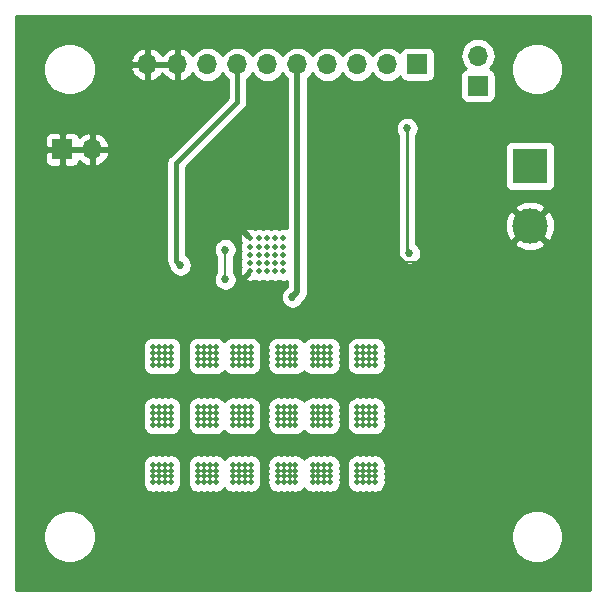
<source format=gbl>
%TF.GenerationSoftware,KiCad,Pcbnew,(5.1.4)-1*%
%TF.CreationDate,2019-08-25T21:13:44+02:00*%
%TF.ProjectId,ToF_illumination_icHaus_LED,546f465f-696c-46c7-956d-696e6174696f,1*%
%TF.SameCoordinates,Original*%
%TF.FileFunction,Copper,L2,Bot*%
%TF.FilePolarity,Positive*%
%FSLAX46Y46*%
G04 Gerber Fmt 4.6, Leading zero omitted, Abs format (unit mm)*
G04 Created by KiCad (PCBNEW (5.1.4)-1) date 2019-08-25 21:13:44*
%MOMM*%
%LPD*%
G04 APERTURE LIST*
%ADD10C,0.500000*%
%ADD11R,3.000000X3.000000*%
%ADD12C,3.000000*%
%ADD13R,1.700000X1.700000*%
%ADD14O,1.700000X1.700000*%
%ADD15C,0.685800*%
%ADD16C,0.203200*%
%ADD17C,0.254000*%
%ADD18C,0.508000*%
%ADD19C,0.381000*%
G04 APERTURE END LIST*
D10*
X101937500Y-96637500D03*
X101937500Y-95237500D03*
X101937500Y-95937500D03*
X101937500Y-94537500D03*
X100537500Y-97337500D03*
X101237500Y-97337500D03*
X103337500Y-97337500D03*
X101937500Y-97337500D03*
X102637500Y-97337500D03*
X103337500Y-96637500D03*
X101237500Y-96637500D03*
X100537500Y-96637500D03*
X102637500Y-96637500D03*
X103337500Y-95237500D03*
X101237500Y-95237500D03*
X100537500Y-95237500D03*
X102637500Y-95237500D03*
X102637500Y-94537500D03*
X103337500Y-94537500D03*
X101237500Y-94537500D03*
X100537500Y-94537500D03*
X103337500Y-95937500D03*
X101237500Y-95937500D03*
X100537500Y-95937500D03*
X102637500Y-95937500D03*
D11*
X124200000Y-88400000D03*
D12*
X124200000Y-93480000D03*
D13*
X114680000Y-79800000D03*
D14*
X112140000Y-79800000D03*
X109600000Y-79800000D03*
X107060000Y-79800000D03*
X104520000Y-79800000D03*
X101980000Y-79800000D03*
X99440000Y-79800000D03*
X96900000Y-79800000D03*
X94360000Y-79800000D03*
X91820000Y-79800000D03*
X119800000Y-79060000D03*
D13*
X119800000Y-81600000D03*
X84600000Y-87000000D03*
D14*
X87140000Y-87000000D03*
D10*
X111100000Y-103750000D03*
X110600000Y-103750000D03*
X110100000Y-103750000D03*
X109600000Y-103750000D03*
X111100000Y-104250000D03*
X111100000Y-104750000D03*
X111100000Y-105250000D03*
X105800000Y-103750000D03*
X105800000Y-104250000D03*
X105800000Y-104750000D03*
X105800000Y-105250000D03*
X106300000Y-105250000D03*
X107300000Y-103750000D03*
X106800000Y-105250000D03*
X106300000Y-104750000D03*
X106300000Y-104250000D03*
X106300000Y-103750000D03*
X110600000Y-105250000D03*
X110600000Y-104750000D03*
X110600000Y-104250000D03*
X106800000Y-103750000D03*
X106800000Y-104750000D03*
X106800000Y-104250000D03*
X107300000Y-104250000D03*
X107300000Y-105250000D03*
X107300000Y-104750000D03*
X110100000Y-104750000D03*
X110100000Y-105250000D03*
X110100000Y-104250000D03*
X109600000Y-104750000D03*
X109600000Y-105250000D03*
X109600000Y-104250000D03*
X109600000Y-109300000D03*
X109600000Y-110300000D03*
X109600000Y-109800000D03*
X110100000Y-109300000D03*
X110100000Y-110300000D03*
X110100000Y-109800000D03*
X107300000Y-109800000D03*
X107300000Y-110300000D03*
X107300000Y-109300000D03*
X106800000Y-109300000D03*
X106800000Y-109800000D03*
X106800000Y-108800000D03*
X110600000Y-109300000D03*
X110600000Y-109800000D03*
X110600000Y-110300000D03*
X106300000Y-108800000D03*
X106300000Y-109300000D03*
X106300000Y-109800000D03*
X106800000Y-110300000D03*
X107300000Y-108800000D03*
X106300000Y-110300000D03*
X105800000Y-110300000D03*
X105800000Y-109800000D03*
X105800000Y-109300000D03*
X105800000Y-108800000D03*
X111100000Y-110300000D03*
X111100000Y-109800000D03*
X111100000Y-109300000D03*
X109600000Y-108800000D03*
X110100000Y-108800000D03*
X110600000Y-108800000D03*
X111100000Y-108800000D03*
X109600000Y-114200000D03*
X109600000Y-115200000D03*
X109600000Y-114700000D03*
X110100000Y-114200000D03*
X110100000Y-115200000D03*
X110100000Y-114700000D03*
X107300000Y-114700000D03*
X107300000Y-115200000D03*
X107300000Y-114200000D03*
X106800000Y-114200000D03*
X106800000Y-114700000D03*
X106800000Y-113700000D03*
X110600000Y-114200000D03*
X110600000Y-114700000D03*
X110600000Y-115200000D03*
X106300000Y-113700000D03*
X106300000Y-114200000D03*
X106300000Y-114700000D03*
X106800000Y-115200000D03*
X107300000Y-113700000D03*
X106300000Y-115200000D03*
X105800000Y-115200000D03*
X105800000Y-114700000D03*
X105800000Y-114200000D03*
X105800000Y-113700000D03*
X111100000Y-115200000D03*
X111100000Y-114700000D03*
X111100000Y-114200000D03*
X109600000Y-113700000D03*
X110100000Y-113700000D03*
X110600000Y-113700000D03*
X111100000Y-113700000D03*
X104350000Y-103750000D03*
X103850000Y-103750000D03*
X103350000Y-103750000D03*
X102850000Y-103750000D03*
X104350000Y-104250000D03*
X104350000Y-104750000D03*
X104350000Y-105250000D03*
X99050000Y-103750000D03*
X99050000Y-104250000D03*
X99050000Y-104750000D03*
X99050000Y-105250000D03*
X99550000Y-105250000D03*
X100550000Y-103750000D03*
X100050000Y-105250000D03*
X99550000Y-104750000D03*
X99550000Y-104250000D03*
X99550000Y-103750000D03*
X103850000Y-105250000D03*
X103850000Y-104750000D03*
X103850000Y-104250000D03*
X100050000Y-103750000D03*
X100050000Y-104750000D03*
X100050000Y-104250000D03*
X100550000Y-104250000D03*
X100550000Y-105250000D03*
X100550000Y-104750000D03*
X103350000Y-104750000D03*
X103350000Y-105250000D03*
X103350000Y-104250000D03*
X102850000Y-104750000D03*
X102850000Y-105250000D03*
X102850000Y-104250000D03*
X102850000Y-109300000D03*
X102850000Y-110300000D03*
X102850000Y-109800000D03*
X103350000Y-109300000D03*
X103350000Y-110300000D03*
X103350000Y-109800000D03*
X100550000Y-109800000D03*
X100550000Y-110300000D03*
X100550000Y-109300000D03*
X100050000Y-109300000D03*
X100050000Y-109800000D03*
X100050000Y-108800000D03*
X103850000Y-109300000D03*
X103850000Y-109800000D03*
X103850000Y-110300000D03*
X99550000Y-108800000D03*
X99550000Y-109300000D03*
X99550000Y-109800000D03*
X100050000Y-110300000D03*
X100550000Y-108800000D03*
X99550000Y-110300000D03*
X99050000Y-110300000D03*
X99050000Y-109800000D03*
X99050000Y-109300000D03*
X99050000Y-108800000D03*
X104350000Y-110300000D03*
X104350000Y-109800000D03*
X104350000Y-109300000D03*
X102850000Y-108800000D03*
X103350000Y-108800000D03*
X103850000Y-108800000D03*
X104350000Y-108800000D03*
X102850000Y-114200000D03*
X102850000Y-115200000D03*
X102850000Y-114700000D03*
X103350000Y-114200000D03*
X103350000Y-115200000D03*
X103350000Y-114700000D03*
X100550000Y-114700000D03*
X100550000Y-115200000D03*
X100550000Y-114200000D03*
X100050000Y-114200000D03*
X100050000Y-114700000D03*
X100050000Y-113700000D03*
X103850000Y-114200000D03*
X103850000Y-114700000D03*
X103850000Y-115200000D03*
X99550000Y-113700000D03*
X99550000Y-114200000D03*
X99550000Y-114700000D03*
X100050000Y-115200000D03*
X100550000Y-113700000D03*
X99550000Y-115200000D03*
X99050000Y-115200000D03*
X99050000Y-114700000D03*
X99050000Y-114200000D03*
X99050000Y-113700000D03*
X104350000Y-115200000D03*
X104350000Y-114700000D03*
X104350000Y-114200000D03*
X102850000Y-113700000D03*
X103350000Y-113700000D03*
X103850000Y-113700000D03*
X104350000Y-113700000D03*
X96100000Y-104250000D03*
X96100000Y-105250000D03*
X96100000Y-104750000D03*
X96600000Y-104250000D03*
X96600000Y-105250000D03*
X96600000Y-104750000D03*
X93800000Y-104750000D03*
X93800000Y-105250000D03*
X93800000Y-104250000D03*
X93300000Y-104250000D03*
X93300000Y-104750000D03*
X93300000Y-103750000D03*
X97100000Y-104250000D03*
X97100000Y-104750000D03*
X97100000Y-105250000D03*
X92800000Y-103750000D03*
X92800000Y-104250000D03*
X92800000Y-104750000D03*
X93300000Y-105250000D03*
X93800000Y-103750000D03*
X92800000Y-105250000D03*
X92300000Y-105250000D03*
X92300000Y-104750000D03*
X92300000Y-104250000D03*
X92300000Y-103750000D03*
X97600000Y-105250000D03*
X97600000Y-104750000D03*
X97600000Y-104250000D03*
X96100000Y-103750000D03*
X96600000Y-103750000D03*
X97100000Y-103750000D03*
X97600000Y-103750000D03*
X97600000Y-108800000D03*
X97100000Y-108800000D03*
X96600000Y-108800000D03*
X96100000Y-108800000D03*
X97600000Y-109300000D03*
X97600000Y-109800000D03*
X97600000Y-110300000D03*
X92300000Y-108800000D03*
X92300000Y-109300000D03*
X92300000Y-109800000D03*
X92300000Y-110300000D03*
X92800000Y-110300000D03*
X93800000Y-108800000D03*
X93300000Y-110300000D03*
X92800000Y-109800000D03*
X92800000Y-109300000D03*
X92800000Y-108800000D03*
X97100000Y-110300000D03*
X97100000Y-109800000D03*
X97100000Y-109300000D03*
X93300000Y-108800000D03*
X93300000Y-109800000D03*
X93300000Y-109300000D03*
X93800000Y-109300000D03*
X93800000Y-110300000D03*
X93800000Y-109800000D03*
X96600000Y-109800000D03*
X96600000Y-110300000D03*
X96600000Y-109300000D03*
X96100000Y-109800000D03*
X96100000Y-110300000D03*
X96100000Y-109300000D03*
X97600000Y-113700000D03*
X97100000Y-113700000D03*
X96600000Y-113700000D03*
X96100000Y-113700000D03*
X97600000Y-114200000D03*
X97600000Y-114700000D03*
X97600000Y-115200000D03*
X92300000Y-113700000D03*
X92300000Y-114200000D03*
X92300000Y-114700000D03*
X92300000Y-115200000D03*
X92800000Y-115200000D03*
X93800000Y-113700000D03*
X93300000Y-115200000D03*
X92800000Y-114700000D03*
X92800000Y-114200000D03*
X92800000Y-113700000D03*
X97100000Y-115200000D03*
X97100000Y-114700000D03*
X97100000Y-114200000D03*
X93300000Y-113700000D03*
X93300000Y-114700000D03*
X93300000Y-114200000D03*
X93800000Y-114200000D03*
X93800000Y-115200000D03*
X93800000Y-114700000D03*
X96600000Y-114700000D03*
X96600000Y-115200000D03*
X96600000Y-114200000D03*
X96100000Y-114700000D03*
X96100000Y-115200000D03*
X96100000Y-114200000D03*
D15*
X105819410Y-95968433D03*
X108800000Y-82400000D03*
X114200000Y-102000000D03*
X96000000Y-95400000D03*
X98600000Y-118000000D03*
X99600000Y-118000000D03*
X100600000Y-118000000D03*
X101600000Y-118000000D03*
X103600000Y-118000000D03*
X102600000Y-118000000D03*
X105600000Y-118000000D03*
X104600000Y-118000000D03*
X113600000Y-118000000D03*
X112600000Y-118000000D03*
X107600000Y-118000000D03*
X110600000Y-118000000D03*
X111600000Y-118000000D03*
X106600000Y-118000000D03*
X109600000Y-118000000D03*
X108600000Y-118000000D03*
X97600000Y-118000000D03*
X95600000Y-118000000D03*
X92600000Y-118000000D03*
X93600000Y-118000000D03*
X94600000Y-118000000D03*
X96600000Y-118000000D03*
X91600000Y-118000000D03*
X90600000Y-118000000D03*
X99600000Y-102200000D03*
X93200000Y-102200000D03*
X113800000Y-85200000D03*
X114000000Y-95800000D03*
X94600000Y-96800000D03*
X104080508Y-99501831D03*
X98400000Y-98000000D03*
X98400000Y-95488990D03*
D16*
X110646216Y-93480000D02*
X108307843Y-93480000D01*
X108307843Y-93480000D02*
X106162309Y-95625534D01*
X113664718Y-96498502D02*
X110646216Y-93480000D01*
X106162309Y-95625534D02*
X105819410Y-95968433D01*
X121181498Y-96498502D02*
X113664718Y-96498502D01*
X124200000Y-93480000D02*
X121181498Y-96498502D01*
D17*
X108800000Y-82400000D02*
X109400000Y-83000000D01*
X109400000Y-83000000D02*
X115000000Y-83000000D01*
X115000000Y-83000000D02*
X120200000Y-88200000D01*
X120200000Y-89480000D02*
X124200000Y-93480000D01*
X120200000Y-88200000D02*
X120200000Y-89480000D01*
D18*
X114200000Y-102000000D02*
X118800000Y-97400000D01*
X120280000Y-97400000D02*
X124200000Y-93480000D01*
X118800000Y-97400000D02*
X120280000Y-97400000D01*
D16*
X96000000Y-95400000D02*
X96000000Y-97600000D01*
X96000000Y-97600000D02*
X95600000Y-98000000D01*
X95600000Y-98000000D02*
X91200000Y-98000000D01*
X84600000Y-91400000D02*
X84600000Y-87000000D01*
X91200000Y-98000000D02*
X84600000Y-91400000D01*
D17*
X98600000Y-118000000D02*
X99600000Y-118000000D01*
X102600000Y-118000000D02*
X103600000Y-118000000D01*
X106600000Y-118000000D02*
X107600000Y-118000000D01*
X110600000Y-118000000D02*
X111600000Y-118000000D01*
X90600000Y-118000000D02*
X91600000Y-118000000D01*
X94600000Y-118000000D02*
X95600000Y-118000000D01*
D19*
X99600000Y-102200000D02*
X93200000Y-102200000D01*
D17*
X113800000Y-95600000D02*
X114000000Y-95800000D01*
X113800000Y-85200000D02*
X113800000Y-95600000D01*
D19*
X94257101Y-96457101D02*
X94600000Y-96800000D01*
X94257101Y-88142899D02*
X94257101Y-96457101D01*
X99440000Y-82960000D02*
X94257101Y-88142899D01*
X99440000Y-79800000D02*
X99440000Y-82960000D01*
D18*
X104520000Y-99062339D02*
X104423407Y-99158932D01*
X104423407Y-99158932D02*
X104080508Y-99501831D01*
X104520000Y-79800000D02*
X104520000Y-99062339D01*
D16*
X98400000Y-98000000D02*
X98400000Y-95488990D01*
D17*
G36*
X129315000Y-124315000D02*
G01*
X80685000Y-124315000D01*
X80685000Y-119579872D01*
X82965000Y-119579872D01*
X82965000Y-120020128D01*
X83050890Y-120451925D01*
X83219369Y-120858669D01*
X83463962Y-121224729D01*
X83775271Y-121536038D01*
X84141331Y-121780631D01*
X84548075Y-121949110D01*
X84979872Y-122035000D01*
X85420128Y-122035000D01*
X85851925Y-121949110D01*
X86258669Y-121780631D01*
X86624729Y-121536038D01*
X86936038Y-121224729D01*
X87180631Y-120858669D01*
X87349110Y-120451925D01*
X87435000Y-120020128D01*
X87435000Y-119579872D01*
X122565000Y-119579872D01*
X122565000Y-120020128D01*
X122650890Y-120451925D01*
X122819369Y-120858669D01*
X123063962Y-121224729D01*
X123375271Y-121536038D01*
X123741331Y-121780631D01*
X124148075Y-121949110D01*
X124579872Y-122035000D01*
X125020128Y-122035000D01*
X125451925Y-121949110D01*
X125858669Y-121780631D01*
X126224729Y-121536038D01*
X126536038Y-121224729D01*
X126780631Y-120858669D01*
X126949110Y-120451925D01*
X127035000Y-120020128D01*
X127035000Y-119579872D01*
X126949110Y-119148075D01*
X126780631Y-118741331D01*
X126536038Y-118375271D01*
X126224729Y-118063962D01*
X125858669Y-117819369D01*
X125451925Y-117650890D01*
X125020128Y-117565000D01*
X124579872Y-117565000D01*
X124148075Y-117650890D01*
X123741331Y-117819369D01*
X123375271Y-118063962D01*
X123063962Y-118375271D01*
X122819369Y-118741331D01*
X122650890Y-119148075D01*
X122565000Y-119579872D01*
X87435000Y-119579872D01*
X87349110Y-119148075D01*
X87180631Y-118741331D01*
X86936038Y-118375271D01*
X86624729Y-118063962D01*
X86258669Y-117819369D01*
X85851925Y-117650890D01*
X85420128Y-117565000D01*
X84979872Y-117565000D01*
X84548075Y-117650890D01*
X84141331Y-117819369D01*
X83775271Y-118063962D01*
X83463962Y-118375271D01*
X83219369Y-118741331D01*
X83050890Y-119148075D01*
X82965000Y-119579872D01*
X80685000Y-119579872D01*
X80685000Y-113612835D01*
X91415000Y-113612835D01*
X91415000Y-113787165D01*
X91447390Y-113950000D01*
X91415000Y-114112835D01*
X91415000Y-114287165D01*
X91447390Y-114450000D01*
X91415000Y-114612835D01*
X91415000Y-114787165D01*
X91447390Y-114950000D01*
X91415000Y-115112835D01*
X91415000Y-115287165D01*
X91449010Y-115458145D01*
X91515723Y-115619205D01*
X91612576Y-115764155D01*
X91735845Y-115887424D01*
X91880795Y-115984277D01*
X92041855Y-116050990D01*
X92212835Y-116085000D01*
X92387165Y-116085000D01*
X92550000Y-116052610D01*
X92712835Y-116085000D01*
X92887165Y-116085000D01*
X93050000Y-116052610D01*
X93212835Y-116085000D01*
X93387165Y-116085000D01*
X93550000Y-116052610D01*
X93712835Y-116085000D01*
X93887165Y-116085000D01*
X94058145Y-116050990D01*
X94219205Y-115984277D01*
X94364155Y-115887424D01*
X94487424Y-115764155D01*
X94584277Y-115619205D01*
X94650990Y-115458145D01*
X94685000Y-115287165D01*
X94685000Y-115112835D01*
X94652610Y-114950000D01*
X94685000Y-114787165D01*
X94685000Y-114612835D01*
X94652610Y-114450000D01*
X94685000Y-114287165D01*
X94685000Y-114112835D01*
X94652610Y-113950000D01*
X94685000Y-113787165D01*
X94685000Y-113612835D01*
X95215000Y-113612835D01*
X95215000Y-113787165D01*
X95247390Y-113950000D01*
X95215000Y-114112835D01*
X95215000Y-114287165D01*
X95247390Y-114450000D01*
X95215000Y-114612835D01*
X95215000Y-114787165D01*
X95247390Y-114950000D01*
X95215000Y-115112835D01*
X95215000Y-115287165D01*
X95249010Y-115458145D01*
X95315723Y-115619205D01*
X95412576Y-115764155D01*
X95535845Y-115887424D01*
X95680795Y-115984277D01*
X95841855Y-116050990D01*
X96012835Y-116085000D01*
X96187165Y-116085000D01*
X96350000Y-116052610D01*
X96512835Y-116085000D01*
X96687165Y-116085000D01*
X96850000Y-116052610D01*
X97012835Y-116085000D01*
X97187165Y-116085000D01*
X97350000Y-116052610D01*
X97512835Y-116085000D01*
X97687165Y-116085000D01*
X97858145Y-116050990D01*
X98019205Y-115984277D01*
X98164155Y-115887424D01*
X98287424Y-115764155D01*
X98325000Y-115707919D01*
X98362576Y-115764155D01*
X98485845Y-115887424D01*
X98630795Y-115984277D01*
X98791855Y-116050990D01*
X98962835Y-116085000D01*
X99137165Y-116085000D01*
X99300000Y-116052610D01*
X99462835Y-116085000D01*
X99637165Y-116085000D01*
X99800000Y-116052610D01*
X99962835Y-116085000D01*
X100137165Y-116085000D01*
X100300000Y-116052610D01*
X100462835Y-116085000D01*
X100637165Y-116085000D01*
X100808145Y-116050990D01*
X100969205Y-115984277D01*
X101114155Y-115887424D01*
X101237424Y-115764155D01*
X101334277Y-115619205D01*
X101400990Y-115458145D01*
X101435000Y-115287165D01*
X101435000Y-115112835D01*
X101402610Y-114950000D01*
X101435000Y-114787165D01*
X101435000Y-114612835D01*
X101402610Y-114450000D01*
X101435000Y-114287165D01*
X101435000Y-114112835D01*
X101402610Y-113950000D01*
X101435000Y-113787165D01*
X101435000Y-113612835D01*
X101965000Y-113612835D01*
X101965000Y-113787165D01*
X101997390Y-113950000D01*
X101965000Y-114112835D01*
X101965000Y-114287165D01*
X101997390Y-114450000D01*
X101965000Y-114612835D01*
X101965000Y-114787165D01*
X101997390Y-114950000D01*
X101965000Y-115112835D01*
X101965000Y-115287165D01*
X101999010Y-115458145D01*
X102065723Y-115619205D01*
X102162576Y-115764155D01*
X102285845Y-115887424D01*
X102430795Y-115984277D01*
X102591855Y-116050990D01*
X102762835Y-116085000D01*
X102937165Y-116085000D01*
X103100000Y-116052610D01*
X103262835Y-116085000D01*
X103437165Y-116085000D01*
X103600000Y-116052610D01*
X103762835Y-116085000D01*
X103937165Y-116085000D01*
X104100000Y-116052610D01*
X104262835Y-116085000D01*
X104437165Y-116085000D01*
X104608145Y-116050990D01*
X104769205Y-115984277D01*
X104914155Y-115887424D01*
X105037424Y-115764155D01*
X105075000Y-115707919D01*
X105112576Y-115764155D01*
X105235845Y-115887424D01*
X105380795Y-115984277D01*
X105541855Y-116050990D01*
X105712835Y-116085000D01*
X105887165Y-116085000D01*
X106050000Y-116052610D01*
X106212835Y-116085000D01*
X106387165Y-116085000D01*
X106550000Y-116052610D01*
X106712835Y-116085000D01*
X106887165Y-116085000D01*
X107050000Y-116052610D01*
X107212835Y-116085000D01*
X107387165Y-116085000D01*
X107558145Y-116050990D01*
X107719205Y-115984277D01*
X107864155Y-115887424D01*
X107987424Y-115764155D01*
X108084277Y-115619205D01*
X108150990Y-115458145D01*
X108185000Y-115287165D01*
X108185000Y-115112835D01*
X108152610Y-114950000D01*
X108185000Y-114787165D01*
X108185000Y-114612835D01*
X108152610Y-114450000D01*
X108185000Y-114287165D01*
X108185000Y-114112835D01*
X108152610Y-113950000D01*
X108185000Y-113787165D01*
X108185000Y-113612835D01*
X108715000Y-113612835D01*
X108715000Y-113787165D01*
X108747390Y-113950000D01*
X108715000Y-114112835D01*
X108715000Y-114287165D01*
X108747390Y-114450000D01*
X108715000Y-114612835D01*
X108715000Y-114787165D01*
X108747390Y-114950000D01*
X108715000Y-115112835D01*
X108715000Y-115287165D01*
X108749010Y-115458145D01*
X108815723Y-115619205D01*
X108912576Y-115764155D01*
X109035845Y-115887424D01*
X109180795Y-115984277D01*
X109341855Y-116050990D01*
X109512835Y-116085000D01*
X109687165Y-116085000D01*
X109850000Y-116052610D01*
X110012835Y-116085000D01*
X110187165Y-116085000D01*
X110350000Y-116052610D01*
X110512835Y-116085000D01*
X110687165Y-116085000D01*
X110850000Y-116052610D01*
X111012835Y-116085000D01*
X111187165Y-116085000D01*
X111358145Y-116050990D01*
X111519205Y-115984277D01*
X111664155Y-115887424D01*
X111787424Y-115764155D01*
X111884277Y-115619205D01*
X111950990Y-115458145D01*
X111985000Y-115287165D01*
X111985000Y-115112835D01*
X111952610Y-114950000D01*
X111985000Y-114787165D01*
X111985000Y-114612835D01*
X111952610Y-114450000D01*
X111985000Y-114287165D01*
X111985000Y-114112835D01*
X111952610Y-113950000D01*
X111985000Y-113787165D01*
X111985000Y-113612835D01*
X111950990Y-113441855D01*
X111884277Y-113280795D01*
X111787424Y-113135845D01*
X111664155Y-113012576D01*
X111519205Y-112915723D01*
X111358145Y-112849010D01*
X111187165Y-112815000D01*
X111012835Y-112815000D01*
X110850000Y-112847390D01*
X110687165Y-112815000D01*
X110512835Y-112815000D01*
X110350000Y-112847390D01*
X110187165Y-112815000D01*
X110012835Y-112815000D01*
X109850000Y-112847390D01*
X109687165Y-112815000D01*
X109512835Y-112815000D01*
X109341855Y-112849010D01*
X109180795Y-112915723D01*
X109035845Y-113012576D01*
X108912576Y-113135845D01*
X108815723Y-113280795D01*
X108749010Y-113441855D01*
X108715000Y-113612835D01*
X108185000Y-113612835D01*
X108150990Y-113441855D01*
X108084277Y-113280795D01*
X107987424Y-113135845D01*
X107864155Y-113012576D01*
X107719205Y-112915723D01*
X107558145Y-112849010D01*
X107387165Y-112815000D01*
X107212835Y-112815000D01*
X107050000Y-112847390D01*
X106887165Y-112815000D01*
X106712835Y-112815000D01*
X106550000Y-112847390D01*
X106387165Y-112815000D01*
X106212835Y-112815000D01*
X106050000Y-112847390D01*
X105887165Y-112815000D01*
X105712835Y-112815000D01*
X105541855Y-112849010D01*
X105380795Y-112915723D01*
X105235845Y-113012576D01*
X105112576Y-113135845D01*
X105075000Y-113192081D01*
X105037424Y-113135845D01*
X104914155Y-113012576D01*
X104769205Y-112915723D01*
X104608145Y-112849010D01*
X104437165Y-112815000D01*
X104262835Y-112815000D01*
X104100000Y-112847390D01*
X103937165Y-112815000D01*
X103762835Y-112815000D01*
X103600000Y-112847390D01*
X103437165Y-112815000D01*
X103262835Y-112815000D01*
X103100000Y-112847390D01*
X102937165Y-112815000D01*
X102762835Y-112815000D01*
X102591855Y-112849010D01*
X102430795Y-112915723D01*
X102285845Y-113012576D01*
X102162576Y-113135845D01*
X102065723Y-113280795D01*
X101999010Y-113441855D01*
X101965000Y-113612835D01*
X101435000Y-113612835D01*
X101400990Y-113441855D01*
X101334277Y-113280795D01*
X101237424Y-113135845D01*
X101114155Y-113012576D01*
X100969205Y-112915723D01*
X100808145Y-112849010D01*
X100637165Y-112815000D01*
X100462835Y-112815000D01*
X100300000Y-112847390D01*
X100137165Y-112815000D01*
X99962835Y-112815000D01*
X99800000Y-112847390D01*
X99637165Y-112815000D01*
X99462835Y-112815000D01*
X99300000Y-112847390D01*
X99137165Y-112815000D01*
X98962835Y-112815000D01*
X98791855Y-112849010D01*
X98630795Y-112915723D01*
X98485845Y-113012576D01*
X98362576Y-113135845D01*
X98325000Y-113192081D01*
X98287424Y-113135845D01*
X98164155Y-113012576D01*
X98019205Y-112915723D01*
X97858145Y-112849010D01*
X97687165Y-112815000D01*
X97512835Y-112815000D01*
X97350000Y-112847390D01*
X97187165Y-112815000D01*
X97012835Y-112815000D01*
X96850000Y-112847390D01*
X96687165Y-112815000D01*
X96512835Y-112815000D01*
X96350000Y-112847390D01*
X96187165Y-112815000D01*
X96012835Y-112815000D01*
X95841855Y-112849010D01*
X95680795Y-112915723D01*
X95535845Y-113012576D01*
X95412576Y-113135845D01*
X95315723Y-113280795D01*
X95249010Y-113441855D01*
X95215000Y-113612835D01*
X94685000Y-113612835D01*
X94650990Y-113441855D01*
X94584277Y-113280795D01*
X94487424Y-113135845D01*
X94364155Y-113012576D01*
X94219205Y-112915723D01*
X94058145Y-112849010D01*
X93887165Y-112815000D01*
X93712835Y-112815000D01*
X93550000Y-112847390D01*
X93387165Y-112815000D01*
X93212835Y-112815000D01*
X93050000Y-112847390D01*
X92887165Y-112815000D01*
X92712835Y-112815000D01*
X92550000Y-112847390D01*
X92387165Y-112815000D01*
X92212835Y-112815000D01*
X92041855Y-112849010D01*
X91880795Y-112915723D01*
X91735845Y-113012576D01*
X91612576Y-113135845D01*
X91515723Y-113280795D01*
X91449010Y-113441855D01*
X91415000Y-113612835D01*
X80685000Y-113612835D01*
X80685000Y-108712835D01*
X91415000Y-108712835D01*
X91415000Y-108887165D01*
X91447390Y-109050000D01*
X91415000Y-109212835D01*
X91415000Y-109387165D01*
X91447390Y-109550000D01*
X91415000Y-109712835D01*
X91415000Y-109887165D01*
X91447390Y-110050000D01*
X91415000Y-110212835D01*
X91415000Y-110387165D01*
X91449010Y-110558145D01*
X91515723Y-110719205D01*
X91612576Y-110864155D01*
X91735845Y-110987424D01*
X91880795Y-111084277D01*
X92041855Y-111150990D01*
X92212835Y-111185000D01*
X92387165Y-111185000D01*
X92550000Y-111152610D01*
X92712835Y-111185000D01*
X92887165Y-111185000D01*
X93050000Y-111152610D01*
X93212835Y-111185000D01*
X93387165Y-111185000D01*
X93550000Y-111152610D01*
X93712835Y-111185000D01*
X93887165Y-111185000D01*
X94058145Y-111150990D01*
X94219205Y-111084277D01*
X94364155Y-110987424D01*
X94487424Y-110864155D01*
X94584277Y-110719205D01*
X94650990Y-110558145D01*
X94685000Y-110387165D01*
X94685000Y-110212835D01*
X94652610Y-110050000D01*
X94685000Y-109887165D01*
X94685000Y-109712835D01*
X94652610Y-109550000D01*
X94685000Y-109387165D01*
X94685000Y-109212835D01*
X94652610Y-109050000D01*
X94685000Y-108887165D01*
X94685000Y-108712835D01*
X95215000Y-108712835D01*
X95215000Y-108887165D01*
X95247390Y-109050000D01*
X95215000Y-109212835D01*
X95215000Y-109387165D01*
X95247390Y-109550000D01*
X95215000Y-109712835D01*
X95215000Y-109887165D01*
X95247390Y-110050000D01*
X95215000Y-110212835D01*
X95215000Y-110387165D01*
X95249010Y-110558145D01*
X95315723Y-110719205D01*
X95412576Y-110864155D01*
X95535845Y-110987424D01*
X95680795Y-111084277D01*
X95841855Y-111150990D01*
X96012835Y-111185000D01*
X96187165Y-111185000D01*
X96350000Y-111152610D01*
X96512835Y-111185000D01*
X96687165Y-111185000D01*
X96850000Y-111152610D01*
X97012835Y-111185000D01*
X97187165Y-111185000D01*
X97350000Y-111152610D01*
X97512835Y-111185000D01*
X97687165Y-111185000D01*
X97858145Y-111150990D01*
X98019205Y-111084277D01*
X98164155Y-110987424D01*
X98287424Y-110864155D01*
X98325000Y-110807919D01*
X98362576Y-110864155D01*
X98485845Y-110987424D01*
X98630795Y-111084277D01*
X98791855Y-111150990D01*
X98962835Y-111185000D01*
X99137165Y-111185000D01*
X99300000Y-111152610D01*
X99462835Y-111185000D01*
X99637165Y-111185000D01*
X99800000Y-111152610D01*
X99962835Y-111185000D01*
X100137165Y-111185000D01*
X100300000Y-111152610D01*
X100462835Y-111185000D01*
X100637165Y-111185000D01*
X100808145Y-111150990D01*
X100969205Y-111084277D01*
X101114155Y-110987424D01*
X101237424Y-110864155D01*
X101334277Y-110719205D01*
X101400990Y-110558145D01*
X101435000Y-110387165D01*
X101435000Y-110212835D01*
X101402610Y-110050000D01*
X101435000Y-109887165D01*
X101435000Y-109712835D01*
X101402610Y-109550000D01*
X101435000Y-109387165D01*
X101435000Y-109212835D01*
X101402610Y-109050000D01*
X101435000Y-108887165D01*
X101435000Y-108712835D01*
X101965000Y-108712835D01*
X101965000Y-108887165D01*
X101997390Y-109050000D01*
X101965000Y-109212835D01*
X101965000Y-109387165D01*
X101997390Y-109550000D01*
X101965000Y-109712835D01*
X101965000Y-109887165D01*
X101997390Y-110050000D01*
X101965000Y-110212835D01*
X101965000Y-110387165D01*
X101999010Y-110558145D01*
X102065723Y-110719205D01*
X102162576Y-110864155D01*
X102285845Y-110987424D01*
X102430795Y-111084277D01*
X102591855Y-111150990D01*
X102762835Y-111185000D01*
X102937165Y-111185000D01*
X103100000Y-111152610D01*
X103262835Y-111185000D01*
X103437165Y-111185000D01*
X103600000Y-111152610D01*
X103762835Y-111185000D01*
X103937165Y-111185000D01*
X104100000Y-111152610D01*
X104262835Y-111185000D01*
X104437165Y-111185000D01*
X104608145Y-111150990D01*
X104769205Y-111084277D01*
X104914155Y-110987424D01*
X105037424Y-110864155D01*
X105075000Y-110807919D01*
X105112576Y-110864155D01*
X105235845Y-110987424D01*
X105380795Y-111084277D01*
X105541855Y-111150990D01*
X105712835Y-111185000D01*
X105887165Y-111185000D01*
X106050000Y-111152610D01*
X106212835Y-111185000D01*
X106387165Y-111185000D01*
X106550000Y-111152610D01*
X106712835Y-111185000D01*
X106887165Y-111185000D01*
X107050000Y-111152610D01*
X107212835Y-111185000D01*
X107387165Y-111185000D01*
X107558145Y-111150990D01*
X107719205Y-111084277D01*
X107864155Y-110987424D01*
X107987424Y-110864155D01*
X108084277Y-110719205D01*
X108150990Y-110558145D01*
X108185000Y-110387165D01*
X108185000Y-110212835D01*
X108152610Y-110050000D01*
X108185000Y-109887165D01*
X108185000Y-109712835D01*
X108152610Y-109550000D01*
X108185000Y-109387165D01*
X108185000Y-109212835D01*
X108152610Y-109050000D01*
X108185000Y-108887165D01*
X108185000Y-108712835D01*
X108715000Y-108712835D01*
X108715000Y-108887165D01*
X108747390Y-109050000D01*
X108715000Y-109212835D01*
X108715000Y-109387165D01*
X108747390Y-109550000D01*
X108715000Y-109712835D01*
X108715000Y-109887165D01*
X108747390Y-110050000D01*
X108715000Y-110212835D01*
X108715000Y-110387165D01*
X108749010Y-110558145D01*
X108815723Y-110719205D01*
X108912576Y-110864155D01*
X109035845Y-110987424D01*
X109180795Y-111084277D01*
X109341855Y-111150990D01*
X109512835Y-111185000D01*
X109687165Y-111185000D01*
X109850000Y-111152610D01*
X110012835Y-111185000D01*
X110187165Y-111185000D01*
X110350000Y-111152610D01*
X110512835Y-111185000D01*
X110687165Y-111185000D01*
X110850000Y-111152610D01*
X111012835Y-111185000D01*
X111187165Y-111185000D01*
X111358145Y-111150990D01*
X111519205Y-111084277D01*
X111664155Y-110987424D01*
X111787424Y-110864155D01*
X111884277Y-110719205D01*
X111950990Y-110558145D01*
X111985000Y-110387165D01*
X111985000Y-110212835D01*
X111952610Y-110050000D01*
X111985000Y-109887165D01*
X111985000Y-109712835D01*
X111952610Y-109550000D01*
X111985000Y-109387165D01*
X111985000Y-109212835D01*
X111952610Y-109050000D01*
X111985000Y-108887165D01*
X111985000Y-108712835D01*
X111950990Y-108541855D01*
X111884277Y-108380795D01*
X111787424Y-108235845D01*
X111664155Y-108112576D01*
X111519205Y-108015723D01*
X111358145Y-107949010D01*
X111187165Y-107915000D01*
X111012835Y-107915000D01*
X110850000Y-107947390D01*
X110687165Y-107915000D01*
X110512835Y-107915000D01*
X110350000Y-107947390D01*
X110187165Y-107915000D01*
X110012835Y-107915000D01*
X109850000Y-107947390D01*
X109687165Y-107915000D01*
X109512835Y-107915000D01*
X109341855Y-107949010D01*
X109180795Y-108015723D01*
X109035845Y-108112576D01*
X108912576Y-108235845D01*
X108815723Y-108380795D01*
X108749010Y-108541855D01*
X108715000Y-108712835D01*
X108185000Y-108712835D01*
X108150990Y-108541855D01*
X108084277Y-108380795D01*
X107987424Y-108235845D01*
X107864155Y-108112576D01*
X107719205Y-108015723D01*
X107558145Y-107949010D01*
X107387165Y-107915000D01*
X107212835Y-107915000D01*
X107050000Y-107947390D01*
X106887165Y-107915000D01*
X106712835Y-107915000D01*
X106550000Y-107947390D01*
X106387165Y-107915000D01*
X106212835Y-107915000D01*
X106050000Y-107947390D01*
X105887165Y-107915000D01*
X105712835Y-107915000D01*
X105541855Y-107949010D01*
X105380795Y-108015723D01*
X105235845Y-108112576D01*
X105112576Y-108235845D01*
X105075000Y-108292081D01*
X105037424Y-108235845D01*
X104914155Y-108112576D01*
X104769205Y-108015723D01*
X104608145Y-107949010D01*
X104437165Y-107915000D01*
X104262835Y-107915000D01*
X104100000Y-107947390D01*
X103937165Y-107915000D01*
X103762835Y-107915000D01*
X103600000Y-107947390D01*
X103437165Y-107915000D01*
X103262835Y-107915000D01*
X103100000Y-107947390D01*
X102937165Y-107915000D01*
X102762835Y-107915000D01*
X102591855Y-107949010D01*
X102430795Y-108015723D01*
X102285845Y-108112576D01*
X102162576Y-108235845D01*
X102065723Y-108380795D01*
X101999010Y-108541855D01*
X101965000Y-108712835D01*
X101435000Y-108712835D01*
X101400990Y-108541855D01*
X101334277Y-108380795D01*
X101237424Y-108235845D01*
X101114155Y-108112576D01*
X100969205Y-108015723D01*
X100808145Y-107949010D01*
X100637165Y-107915000D01*
X100462835Y-107915000D01*
X100300000Y-107947390D01*
X100137165Y-107915000D01*
X99962835Y-107915000D01*
X99800000Y-107947390D01*
X99637165Y-107915000D01*
X99462835Y-107915000D01*
X99300000Y-107947390D01*
X99137165Y-107915000D01*
X98962835Y-107915000D01*
X98791855Y-107949010D01*
X98630795Y-108015723D01*
X98485845Y-108112576D01*
X98362576Y-108235845D01*
X98325000Y-108292081D01*
X98287424Y-108235845D01*
X98164155Y-108112576D01*
X98019205Y-108015723D01*
X97858145Y-107949010D01*
X97687165Y-107915000D01*
X97512835Y-107915000D01*
X97350000Y-107947390D01*
X97187165Y-107915000D01*
X97012835Y-107915000D01*
X96850000Y-107947390D01*
X96687165Y-107915000D01*
X96512835Y-107915000D01*
X96350000Y-107947390D01*
X96187165Y-107915000D01*
X96012835Y-107915000D01*
X95841855Y-107949010D01*
X95680795Y-108015723D01*
X95535845Y-108112576D01*
X95412576Y-108235845D01*
X95315723Y-108380795D01*
X95249010Y-108541855D01*
X95215000Y-108712835D01*
X94685000Y-108712835D01*
X94650990Y-108541855D01*
X94584277Y-108380795D01*
X94487424Y-108235845D01*
X94364155Y-108112576D01*
X94219205Y-108015723D01*
X94058145Y-107949010D01*
X93887165Y-107915000D01*
X93712835Y-107915000D01*
X93550000Y-107947390D01*
X93387165Y-107915000D01*
X93212835Y-107915000D01*
X93050000Y-107947390D01*
X92887165Y-107915000D01*
X92712835Y-107915000D01*
X92550000Y-107947390D01*
X92387165Y-107915000D01*
X92212835Y-107915000D01*
X92041855Y-107949010D01*
X91880795Y-108015723D01*
X91735845Y-108112576D01*
X91612576Y-108235845D01*
X91515723Y-108380795D01*
X91449010Y-108541855D01*
X91415000Y-108712835D01*
X80685000Y-108712835D01*
X80685000Y-103662835D01*
X91415000Y-103662835D01*
X91415000Y-103837165D01*
X91447390Y-104000000D01*
X91415000Y-104162835D01*
X91415000Y-104337165D01*
X91447390Y-104500000D01*
X91415000Y-104662835D01*
X91415000Y-104837165D01*
X91447390Y-105000000D01*
X91415000Y-105162835D01*
X91415000Y-105337165D01*
X91449010Y-105508145D01*
X91515723Y-105669205D01*
X91612576Y-105814155D01*
X91735845Y-105937424D01*
X91880795Y-106034277D01*
X92041855Y-106100990D01*
X92212835Y-106135000D01*
X92387165Y-106135000D01*
X92550000Y-106102610D01*
X92712835Y-106135000D01*
X92887165Y-106135000D01*
X93050000Y-106102610D01*
X93212835Y-106135000D01*
X93387165Y-106135000D01*
X93550000Y-106102610D01*
X93712835Y-106135000D01*
X93887165Y-106135000D01*
X94058145Y-106100990D01*
X94219205Y-106034277D01*
X94364155Y-105937424D01*
X94487424Y-105814155D01*
X94584277Y-105669205D01*
X94650990Y-105508145D01*
X94685000Y-105337165D01*
X94685000Y-105162835D01*
X94652610Y-105000000D01*
X94685000Y-104837165D01*
X94685000Y-104662835D01*
X94652610Y-104500000D01*
X94685000Y-104337165D01*
X94685000Y-104162835D01*
X94652610Y-104000000D01*
X94685000Y-103837165D01*
X94685000Y-103662835D01*
X95215000Y-103662835D01*
X95215000Y-103837165D01*
X95247390Y-104000000D01*
X95215000Y-104162835D01*
X95215000Y-104337165D01*
X95247390Y-104500000D01*
X95215000Y-104662835D01*
X95215000Y-104837165D01*
X95247390Y-105000000D01*
X95215000Y-105162835D01*
X95215000Y-105337165D01*
X95249010Y-105508145D01*
X95315723Y-105669205D01*
X95412576Y-105814155D01*
X95535845Y-105937424D01*
X95680795Y-106034277D01*
X95841855Y-106100990D01*
X96012835Y-106135000D01*
X96187165Y-106135000D01*
X96350000Y-106102610D01*
X96512835Y-106135000D01*
X96687165Y-106135000D01*
X96850000Y-106102610D01*
X97012835Y-106135000D01*
X97187165Y-106135000D01*
X97350000Y-106102610D01*
X97512835Y-106135000D01*
X97687165Y-106135000D01*
X97858145Y-106100990D01*
X98019205Y-106034277D01*
X98164155Y-105937424D01*
X98287424Y-105814155D01*
X98325000Y-105757919D01*
X98362576Y-105814155D01*
X98485845Y-105937424D01*
X98630795Y-106034277D01*
X98791855Y-106100990D01*
X98962835Y-106135000D01*
X99137165Y-106135000D01*
X99300000Y-106102610D01*
X99462835Y-106135000D01*
X99637165Y-106135000D01*
X99800000Y-106102610D01*
X99962835Y-106135000D01*
X100137165Y-106135000D01*
X100300000Y-106102610D01*
X100462835Y-106135000D01*
X100637165Y-106135000D01*
X100808145Y-106100990D01*
X100969205Y-106034277D01*
X101114155Y-105937424D01*
X101237424Y-105814155D01*
X101334277Y-105669205D01*
X101400990Y-105508145D01*
X101435000Y-105337165D01*
X101435000Y-105162835D01*
X101402610Y-105000000D01*
X101435000Y-104837165D01*
X101435000Y-104662835D01*
X101402610Y-104500000D01*
X101435000Y-104337165D01*
X101435000Y-104162835D01*
X101402610Y-104000000D01*
X101435000Y-103837165D01*
X101435000Y-103662835D01*
X101965000Y-103662835D01*
X101965000Y-103837165D01*
X101997390Y-104000000D01*
X101965000Y-104162835D01*
X101965000Y-104337165D01*
X101997390Y-104500000D01*
X101965000Y-104662835D01*
X101965000Y-104837165D01*
X101997390Y-105000000D01*
X101965000Y-105162835D01*
X101965000Y-105337165D01*
X101999010Y-105508145D01*
X102065723Y-105669205D01*
X102162576Y-105814155D01*
X102285845Y-105937424D01*
X102430795Y-106034277D01*
X102591855Y-106100990D01*
X102762835Y-106135000D01*
X102937165Y-106135000D01*
X103100000Y-106102610D01*
X103262835Y-106135000D01*
X103437165Y-106135000D01*
X103600000Y-106102610D01*
X103762835Y-106135000D01*
X103937165Y-106135000D01*
X104100000Y-106102610D01*
X104262835Y-106135000D01*
X104437165Y-106135000D01*
X104608145Y-106100990D01*
X104769205Y-106034277D01*
X104914155Y-105937424D01*
X105037424Y-105814155D01*
X105075000Y-105757919D01*
X105112576Y-105814155D01*
X105235845Y-105937424D01*
X105380795Y-106034277D01*
X105541855Y-106100990D01*
X105712835Y-106135000D01*
X105887165Y-106135000D01*
X106050000Y-106102610D01*
X106212835Y-106135000D01*
X106387165Y-106135000D01*
X106550000Y-106102610D01*
X106712835Y-106135000D01*
X106887165Y-106135000D01*
X107050000Y-106102610D01*
X107212835Y-106135000D01*
X107387165Y-106135000D01*
X107558145Y-106100990D01*
X107719205Y-106034277D01*
X107864155Y-105937424D01*
X107987424Y-105814155D01*
X108084277Y-105669205D01*
X108150990Y-105508145D01*
X108185000Y-105337165D01*
X108185000Y-105162835D01*
X108152610Y-105000000D01*
X108185000Y-104837165D01*
X108185000Y-104662835D01*
X108152610Y-104500000D01*
X108185000Y-104337165D01*
X108185000Y-104162835D01*
X108152610Y-104000000D01*
X108185000Y-103837165D01*
X108185000Y-103662835D01*
X108715000Y-103662835D01*
X108715000Y-103837165D01*
X108747390Y-104000000D01*
X108715000Y-104162835D01*
X108715000Y-104337165D01*
X108747390Y-104500000D01*
X108715000Y-104662835D01*
X108715000Y-104837165D01*
X108747390Y-105000000D01*
X108715000Y-105162835D01*
X108715000Y-105337165D01*
X108749010Y-105508145D01*
X108815723Y-105669205D01*
X108912576Y-105814155D01*
X109035845Y-105937424D01*
X109180795Y-106034277D01*
X109341855Y-106100990D01*
X109512835Y-106135000D01*
X109687165Y-106135000D01*
X109850000Y-106102610D01*
X110012835Y-106135000D01*
X110187165Y-106135000D01*
X110350000Y-106102610D01*
X110512835Y-106135000D01*
X110687165Y-106135000D01*
X110850000Y-106102610D01*
X111012835Y-106135000D01*
X111187165Y-106135000D01*
X111358145Y-106100990D01*
X111519205Y-106034277D01*
X111664155Y-105937424D01*
X111787424Y-105814155D01*
X111884277Y-105669205D01*
X111950990Y-105508145D01*
X111985000Y-105337165D01*
X111985000Y-105162835D01*
X111952610Y-105000000D01*
X111985000Y-104837165D01*
X111985000Y-104662835D01*
X111952610Y-104500000D01*
X111985000Y-104337165D01*
X111985000Y-104162835D01*
X111952610Y-104000000D01*
X111985000Y-103837165D01*
X111985000Y-103662835D01*
X111950990Y-103491855D01*
X111884277Y-103330795D01*
X111787424Y-103185845D01*
X111664155Y-103062576D01*
X111519205Y-102965723D01*
X111358145Y-102899010D01*
X111187165Y-102865000D01*
X111012835Y-102865000D01*
X110850000Y-102897390D01*
X110687165Y-102865000D01*
X110512835Y-102865000D01*
X110350000Y-102897390D01*
X110187165Y-102865000D01*
X110012835Y-102865000D01*
X109850000Y-102897390D01*
X109687165Y-102865000D01*
X109512835Y-102865000D01*
X109341855Y-102899010D01*
X109180795Y-102965723D01*
X109035845Y-103062576D01*
X108912576Y-103185845D01*
X108815723Y-103330795D01*
X108749010Y-103491855D01*
X108715000Y-103662835D01*
X108185000Y-103662835D01*
X108150990Y-103491855D01*
X108084277Y-103330795D01*
X107987424Y-103185845D01*
X107864155Y-103062576D01*
X107719205Y-102965723D01*
X107558145Y-102899010D01*
X107387165Y-102865000D01*
X107212835Y-102865000D01*
X107050000Y-102897390D01*
X106887165Y-102865000D01*
X106712835Y-102865000D01*
X106550000Y-102897390D01*
X106387165Y-102865000D01*
X106212835Y-102865000D01*
X106050000Y-102897390D01*
X105887165Y-102865000D01*
X105712835Y-102865000D01*
X105541855Y-102899010D01*
X105380795Y-102965723D01*
X105235845Y-103062576D01*
X105112576Y-103185845D01*
X105075000Y-103242081D01*
X105037424Y-103185845D01*
X104914155Y-103062576D01*
X104769205Y-102965723D01*
X104608145Y-102899010D01*
X104437165Y-102865000D01*
X104262835Y-102865000D01*
X104100000Y-102897390D01*
X103937165Y-102865000D01*
X103762835Y-102865000D01*
X103600000Y-102897390D01*
X103437165Y-102865000D01*
X103262835Y-102865000D01*
X103100000Y-102897390D01*
X102937165Y-102865000D01*
X102762835Y-102865000D01*
X102591855Y-102899010D01*
X102430795Y-102965723D01*
X102285845Y-103062576D01*
X102162576Y-103185845D01*
X102065723Y-103330795D01*
X101999010Y-103491855D01*
X101965000Y-103662835D01*
X101435000Y-103662835D01*
X101400990Y-103491855D01*
X101334277Y-103330795D01*
X101237424Y-103185845D01*
X101114155Y-103062576D01*
X100969205Y-102965723D01*
X100808145Y-102899010D01*
X100637165Y-102865000D01*
X100462835Y-102865000D01*
X100300000Y-102897390D01*
X100137165Y-102865000D01*
X99962835Y-102865000D01*
X99800000Y-102897390D01*
X99637165Y-102865000D01*
X99462835Y-102865000D01*
X99300000Y-102897390D01*
X99137165Y-102865000D01*
X98962835Y-102865000D01*
X98791855Y-102899010D01*
X98630795Y-102965723D01*
X98485845Y-103062576D01*
X98362576Y-103185845D01*
X98325000Y-103242081D01*
X98287424Y-103185845D01*
X98164155Y-103062576D01*
X98019205Y-102965723D01*
X97858145Y-102899010D01*
X97687165Y-102865000D01*
X97512835Y-102865000D01*
X97350000Y-102897390D01*
X97187165Y-102865000D01*
X97012835Y-102865000D01*
X96850000Y-102897390D01*
X96687165Y-102865000D01*
X96512835Y-102865000D01*
X96350000Y-102897390D01*
X96187165Y-102865000D01*
X96012835Y-102865000D01*
X95841855Y-102899010D01*
X95680795Y-102965723D01*
X95535845Y-103062576D01*
X95412576Y-103185845D01*
X95315723Y-103330795D01*
X95249010Y-103491855D01*
X95215000Y-103662835D01*
X94685000Y-103662835D01*
X94650990Y-103491855D01*
X94584277Y-103330795D01*
X94487424Y-103185845D01*
X94364155Y-103062576D01*
X94219205Y-102965723D01*
X94058145Y-102899010D01*
X93887165Y-102865000D01*
X93712835Y-102865000D01*
X93550000Y-102897390D01*
X93387165Y-102865000D01*
X93212835Y-102865000D01*
X93050000Y-102897390D01*
X92887165Y-102865000D01*
X92712835Y-102865000D01*
X92550000Y-102897390D01*
X92387165Y-102865000D01*
X92212835Y-102865000D01*
X92041855Y-102899010D01*
X91880795Y-102965723D01*
X91735845Y-103062576D01*
X91612576Y-103185845D01*
X91515723Y-103330795D01*
X91449010Y-103491855D01*
X91415000Y-103662835D01*
X80685000Y-103662835D01*
X80685000Y-87850000D01*
X83111928Y-87850000D01*
X83124188Y-87974482D01*
X83160498Y-88094180D01*
X83219463Y-88204494D01*
X83298815Y-88301185D01*
X83395506Y-88380537D01*
X83505820Y-88439502D01*
X83625518Y-88475812D01*
X83750000Y-88488072D01*
X84314250Y-88485000D01*
X84473000Y-88326250D01*
X84473000Y-87127000D01*
X84727000Y-87127000D01*
X84727000Y-88326250D01*
X84885750Y-88485000D01*
X85450000Y-88488072D01*
X85574482Y-88475812D01*
X85694180Y-88439502D01*
X85804494Y-88380537D01*
X85901185Y-88301185D01*
X85980537Y-88204494D01*
X86039502Y-88094180D01*
X86063966Y-88013534D01*
X86139731Y-88097588D01*
X86373080Y-88271641D01*
X86635901Y-88396825D01*
X86783110Y-88441476D01*
X87013000Y-88320155D01*
X87013000Y-87127000D01*
X87267000Y-87127000D01*
X87267000Y-88320155D01*
X87496890Y-88441476D01*
X87644099Y-88396825D01*
X87906920Y-88271641D01*
X88079521Y-88142899D01*
X93427607Y-88142899D01*
X93431601Y-88183450D01*
X93431602Y-96416541D01*
X93427607Y-96457101D01*
X93443546Y-96618927D01*
X93490748Y-96774534D01*
X93567402Y-96917943D01*
X93628964Y-96992955D01*
X93645277Y-97012833D01*
X93659680Y-97085243D01*
X93733396Y-97263210D01*
X93840415Y-97423375D01*
X93976625Y-97559585D01*
X94136790Y-97666604D01*
X94314757Y-97740320D01*
X94503685Y-97777900D01*
X94696315Y-97777900D01*
X94885243Y-97740320D01*
X95063210Y-97666604D01*
X95223375Y-97559585D01*
X95359585Y-97423375D01*
X95466604Y-97263210D01*
X95540320Y-97085243D01*
X95577900Y-96896315D01*
X95577900Y-96703685D01*
X95540320Y-96514757D01*
X95466604Y-96336790D01*
X95359585Y-96176625D01*
X95223375Y-96040415D01*
X95082601Y-95946353D01*
X95082601Y-95392675D01*
X97422100Y-95392675D01*
X97422100Y-95585305D01*
X97459680Y-95774233D01*
X97533396Y-95952200D01*
X97640415Y-96112365D01*
X97663401Y-96135351D01*
X97663400Y-97353640D01*
X97640415Y-97376625D01*
X97533396Y-97536790D01*
X97459680Y-97714757D01*
X97422100Y-97903685D01*
X97422100Y-98096315D01*
X97459680Y-98285243D01*
X97533396Y-98463210D01*
X97640415Y-98623375D01*
X97776625Y-98759585D01*
X97936790Y-98866604D01*
X98114757Y-98940320D01*
X98303685Y-98977900D01*
X98496315Y-98977900D01*
X98685243Y-98940320D01*
X98863210Y-98866604D01*
X99023375Y-98759585D01*
X99159585Y-98623375D01*
X99266604Y-98463210D01*
X99340320Y-98285243D01*
X99377900Y-98096315D01*
X99377900Y-97903685D01*
X99340320Y-97714757D01*
X99266604Y-97536790D01*
X99159585Y-97376625D01*
X99136600Y-97353640D01*
X99136600Y-96135350D01*
X99159585Y-96112365D01*
X99266604Y-95952200D01*
X99340320Y-95774233D01*
X99377900Y-95585305D01*
X99377900Y-95392675D01*
X99340320Y-95203747D01*
X99266604Y-95025780D01*
X99159585Y-94865615D01*
X99023375Y-94729405D01*
X98863210Y-94622386D01*
X98685243Y-94548670D01*
X98496315Y-94511090D01*
X98303685Y-94511090D01*
X98114757Y-94548670D01*
X97936790Y-94622386D01*
X97776625Y-94729405D01*
X97640415Y-94865615D01*
X97533396Y-95025780D01*
X97459680Y-95203747D01*
X97422100Y-95392675D01*
X95082601Y-95392675D01*
X95082601Y-88484831D01*
X99995040Y-83572393D01*
X100026541Y-83546541D01*
X100079177Y-83482404D01*
X100129699Y-83420843D01*
X100206353Y-83277434D01*
X100253556Y-83121826D01*
X100265500Y-83000553D01*
X100265500Y-83000551D01*
X100269494Y-82960001D01*
X100265500Y-82919450D01*
X100265500Y-81042584D01*
X100269014Y-81040706D01*
X100495134Y-80855134D01*
X100680706Y-80629014D01*
X100710000Y-80574209D01*
X100739294Y-80629014D01*
X100924866Y-80855134D01*
X101150986Y-81040706D01*
X101408966Y-81178599D01*
X101688889Y-81263513D01*
X101907050Y-81285000D01*
X102052950Y-81285000D01*
X102271111Y-81263513D01*
X102551034Y-81178599D01*
X102809014Y-81040706D01*
X103035134Y-80855134D01*
X103220706Y-80629014D01*
X103250000Y-80574209D01*
X103279294Y-80629014D01*
X103464866Y-80855134D01*
X103631000Y-80991477D01*
X103631001Y-93701224D01*
X103594526Y-93686172D01*
X103423502Y-93652387D01*
X103249172Y-93652616D01*
X103078236Y-93686851D01*
X102987373Y-93724487D01*
X102894526Y-93686172D01*
X102723502Y-93652387D01*
X102549172Y-93652616D01*
X102378236Y-93686851D01*
X102287373Y-93724487D01*
X102194526Y-93686172D01*
X102023502Y-93652387D01*
X101849172Y-93652616D01*
X101678236Y-93686851D01*
X101587373Y-93724487D01*
X101494526Y-93686172D01*
X101323502Y-93652387D01*
X101149172Y-93652616D01*
X100978236Y-93686851D01*
X100887373Y-93724487D01*
X100794526Y-93686172D01*
X100623502Y-93652387D01*
X100449172Y-93652616D01*
X100278236Y-93686851D01*
X100119326Y-93752673D01*
X100115284Y-93941336D01*
X100406109Y-94232161D01*
X100386172Y-94280474D01*
X100368738Y-94368725D01*
X100278236Y-94386851D01*
X100232038Y-94405986D01*
X99941336Y-94115284D01*
X99752673Y-94119326D01*
X99686172Y-94280474D01*
X99652387Y-94451498D01*
X99652616Y-94625828D01*
X99686851Y-94796764D01*
X99724487Y-94887627D01*
X99686172Y-94980474D01*
X99652387Y-95151498D01*
X99652616Y-95325828D01*
X99686851Y-95496764D01*
X99724487Y-95587627D01*
X99686172Y-95680474D01*
X99652387Y-95851498D01*
X99652616Y-96025828D01*
X99686851Y-96196764D01*
X99724487Y-96287627D01*
X99686172Y-96380474D01*
X99652387Y-96551498D01*
X99652616Y-96725828D01*
X99686851Y-96896764D01*
X99724487Y-96987627D01*
X99686172Y-97080474D01*
X99652387Y-97251498D01*
X99652616Y-97425828D01*
X99686851Y-97596764D01*
X99752673Y-97755674D01*
X99941336Y-97759716D01*
X100232161Y-97468891D01*
X100280474Y-97488828D01*
X100368725Y-97506262D01*
X100386851Y-97596764D01*
X100405986Y-97642962D01*
X100115284Y-97933664D01*
X100119326Y-98122327D01*
X100280474Y-98188828D01*
X100451498Y-98222613D01*
X100625828Y-98222384D01*
X100796764Y-98188149D01*
X100887627Y-98150513D01*
X100980474Y-98188828D01*
X101151498Y-98222613D01*
X101325828Y-98222384D01*
X101496764Y-98188149D01*
X101587627Y-98150513D01*
X101680474Y-98188828D01*
X101851498Y-98222613D01*
X102025828Y-98222384D01*
X102196764Y-98188149D01*
X102287627Y-98150513D01*
X102380474Y-98188828D01*
X102551498Y-98222613D01*
X102725828Y-98222384D01*
X102896764Y-98188149D01*
X102987627Y-98150513D01*
X103080474Y-98188828D01*
X103251498Y-98222613D01*
X103425828Y-98222384D01*
X103596764Y-98188149D01*
X103631001Y-98173968D01*
X103631001Y-98629551D01*
X103617298Y-98635227D01*
X103457133Y-98742246D01*
X103320923Y-98878456D01*
X103213904Y-99038621D01*
X103140188Y-99216588D01*
X103102608Y-99405516D01*
X103102608Y-99598146D01*
X103140188Y-99787074D01*
X103213904Y-99965041D01*
X103320923Y-100125206D01*
X103457133Y-100261416D01*
X103617298Y-100368435D01*
X103795265Y-100442151D01*
X103984193Y-100479731D01*
X104176823Y-100479731D01*
X104365751Y-100442151D01*
X104543718Y-100368435D01*
X104703883Y-100261416D01*
X104840093Y-100125206D01*
X104947112Y-99965041D01*
X104998433Y-99841140D01*
X105021142Y-99818431D01*
X105021147Y-99818427D01*
X105117736Y-99721838D01*
X105151659Y-99693998D01*
X105262753Y-99558630D01*
X105345303Y-99404190D01*
X105396136Y-99236613D01*
X105409000Y-99106006D01*
X105409000Y-99106000D01*
X105413300Y-99062340D01*
X105409000Y-99018680D01*
X105409000Y-85103685D01*
X112822100Y-85103685D01*
X112822100Y-85296315D01*
X112859680Y-85485243D01*
X112933396Y-85663210D01*
X113038000Y-85819761D01*
X113038001Y-95562567D01*
X113034314Y-95600000D01*
X113037099Y-95628278D01*
X113022100Y-95703685D01*
X113022100Y-95896315D01*
X113059680Y-96085243D01*
X113133396Y-96263210D01*
X113240415Y-96423375D01*
X113376625Y-96559585D01*
X113536790Y-96666604D01*
X113714757Y-96740320D01*
X113903685Y-96777900D01*
X114096315Y-96777900D01*
X114285243Y-96740320D01*
X114463210Y-96666604D01*
X114623375Y-96559585D01*
X114759585Y-96423375D01*
X114866604Y-96263210D01*
X114940320Y-96085243D01*
X114977900Y-95896315D01*
X114977900Y-95703685D01*
X114940320Y-95514757D01*
X114866604Y-95336790D01*
X114759585Y-95176625D01*
X114623375Y-95040415D01*
X114562000Y-94999405D01*
X114562000Y-94971653D01*
X122887952Y-94971653D01*
X123043962Y-95287214D01*
X123418745Y-95478020D01*
X123823551Y-95592044D01*
X124242824Y-95624902D01*
X124660451Y-95575334D01*
X125060383Y-95445243D01*
X125356038Y-95287214D01*
X125512048Y-94971653D01*
X124200000Y-93659605D01*
X122887952Y-94971653D01*
X114562000Y-94971653D01*
X114562000Y-93522824D01*
X122055098Y-93522824D01*
X122104666Y-93940451D01*
X122234757Y-94340383D01*
X122392786Y-94636038D01*
X122708347Y-94792048D01*
X124020395Y-93480000D01*
X124379605Y-93480000D01*
X125691653Y-94792048D01*
X126007214Y-94636038D01*
X126198020Y-94261255D01*
X126312044Y-93856449D01*
X126344902Y-93437176D01*
X126295334Y-93019549D01*
X126165243Y-92619617D01*
X126007214Y-92323962D01*
X125691653Y-92167952D01*
X124379605Y-93480000D01*
X124020395Y-93480000D01*
X122708347Y-92167952D01*
X122392786Y-92323962D01*
X122201980Y-92698745D01*
X122087956Y-93103551D01*
X122055098Y-93522824D01*
X114562000Y-93522824D01*
X114562000Y-91988347D01*
X122887952Y-91988347D01*
X124200000Y-93300395D01*
X125512048Y-91988347D01*
X125356038Y-91672786D01*
X124981255Y-91481980D01*
X124576449Y-91367956D01*
X124157176Y-91335098D01*
X123739549Y-91384666D01*
X123339617Y-91514757D01*
X123043962Y-91672786D01*
X122887952Y-91988347D01*
X114562000Y-91988347D01*
X114562000Y-86900000D01*
X122061928Y-86900000D01*
X122061928Y-89900000D01*
X122074188Y-90024482D01*
X122110498Y-90144180D01*
X122169463Y-90254494D01*
X122248815Y-90351185D01*
X122345506Y-90430537D01*
X122455820Y-90489502D01*
X122575518Y-90525812D01*
X122700000Y-90538072D01*
X125700000Y-90538072D01*
X125824482Y-90525812D01*
X125944180Y-90489502D01*
X126054494Y-90430537D01*
X126151185Y-90351185D01*
X126230537Y-90254494D01*
X126289502Y-90144180D01*
X126325812Y-90024482D01*
X126338072Y-89900000D01*
X126338072Y-86900000D01*
X126325812Y-86775518D01*
X126289502Y-86655820D01*
X126230537Y-86545506D01*
X126151185Y-86448815D01*
X126054494Y-86369463D01*
X125944180Y-86310498D01*
X125824482Y-86274188D01*
X125700000Y-86261928D01*
X122700000Y-86261928D01*
X122575518Y-86274188D01*
X122455820Y-86310498D01*
X122345506Y-86369463D01*
X122248815Y-86448815D01*
X122169463Y-86545506D01*
X122110498Y-86655820D01*
X122074188Y-86775518D01*
X122061928Y-86900000D01*
X114562000Y-86900000D01*
X114562000Y-85819761D01*
X114666604Y-85663210D01*
X114740320Y-85485243D01*
X114777900Y-85296315D01*
X114777900Y-85103685D01*
X114740320Y-84914757D01*
X114666604Y-84736790D01*
X114559585Y-84576625D01*
X114423375Y-84440415D01*
X114263210Y-84333396D01*
X114085243Y-84259680D01*
X113896315Y-84222100D01*
X113703685Y-84222100D01*
X113514757Y-84259680D01*
X113336790Y-84333396D01*
X113176625Y-84440415D01*
X113040415Y-84576625D01*
X112933396Y-84736790D01*
X112859680Y-84914757D01*
X112822100Y-85103685D01*
X105409000Y-85103685D01*
X105409000Y-80991477D01*
X105575134Y-80855134D01*
X105760706Y-80629014D01*
X105790000Y-80574209D01*
X105819294Y-80629014D01*
X106004866Y-80855134D01*
X106230986Y-81040706D01*
X106488966Y-81178599D01*
X106768889Y-81263513D01*
X106987050Y-81285000D01*
X107132950Y-81285000D01*
X107351111Y-81263513D01*
X107631034Y-81178599D01*
X107889014Y-81040706D01*
X108115134Y-80855134D01*
X108300706Y-80629014D01*
X108330000Y-80574209D01*
X108359294Y-80629014D01*
X108544866Y-80855134D01*
X108770986Y-81040706D01*
X109028966Y-81178599D01*
X109308889Y-81263513D01*
X109527050Y-81285000D01*
X109672950Y-81285000D01*
X109891111Y-81263513D01*
X110171034Y-81178599D01*
X110429014Y-81040706D01*
X110655134Y-80855134D01*
X110840706Y-80629014D01*
X110870000Y-80574209D01*
X110899294Y-80629014D01*
X111084866Y-80855134D01*
X111310986Y-81040706D01*
X111568966Y-81178599D01*
X111848889Y-81263513D01*
X112067050Y-81285000D01*
X112212950Y-81285000D01*
X112431111Y-81263513D01*
X112711034Y-81178599D01*
X112969014Y-81040706D01*
X113195134Y-80855134D01*
X113219607Y-80825313D01*
X113240498Y-80894180D01*
X113299463Y-81004494D01*
X113378815Y-81101185D01*
X113475506Y-81180537D01*
X113585820Y-81239502D01*
X113705518Y-81275812D01*
X113830000Y-81288072D01*
X115530000Y-81288072D01*
X115654482Y-81275812D01*
X115774180Y-81239502D01*
X115884494Y-81180537D01*
X115981185Y-81101185D01*
X116060537Y-81004494D01*
X116119502Y-80894180D01*
X116155812Y-80774482D01*
X116168072Y-80650000D01*
X116168072Y-79060000D01*
X118307815Y-79060000D01*
X118336487Y-79351111D01*
X118421401Y-79631034D01*
X118559294Y-79889014D01*
X118744866Y-80115134D01*
X118774687Y-80139607D01*
X118705820Y-80160498D01*
X118595506Y-80219463D01*
X118498815Y-80298815D01*
X118419463Y-80395506D01*
X118360498Y-80505820D01*
X118324188Y-80625518D01*
X118311928Y-80750000D01*
X118311928Y-82450000D01*
X118324188Y-82574482D01*
X118360498Y-82694180D01*
X118419463Y-82804494D01*
X118498815Y-82901185D01*
X118595506Y-82980537D01*
X118705820Y-83039502D01*
X118825518Y-83075812D01*
X118950000Y-83088072D01*
X120650000Y-83088072D01*
X120774482Y-83075812D01*
X120894180Y-83039502D01*
X121004494Y-82980537D01*
X121101185Y-82901185D01*
X121180537Y-82804494D01*
X121239502Y-82694180D01*
X121275812Y-82574482D01*
X121288072Y-82450000D01*
X121288072Y-80750000D01*
X121275812Y-80625518D01*
X121239502Y-80505820D01*
X121180537Y-80395506D01*
X121101185Y-80298815D01*
X121004494Y-80219463D01*
X120894180Y-80160498D01*
X120825313Y-80139607D01*
X120855134Y-80115134D01*
X120966140Y-79979872D01*
X122565000Y-79979872D01*
X122565000Y-80420128D01*
X122650890Y-80851925D01*
X122819369Y-81258669D01*
X123063962Y-81624729D01*
X123375271Y-81936038D01*
X123741331Y-82180631D01*
X124148075Y-82349110D01*
X124579872Y-82435000D01*
X125020128Y-82435000D01*
X125451925Y-82349110D01*
X125858669Y-82180631D01*
X126224729Y-81936038D01*
X126536038Y-81624729D01*
X126780631Y-81258669D01*
X126949110Y-80851925D01*
X127035000Y-80420128D01*
X127035000Y-79979872D01*
X126949110Y-79548075D01*
X126780631Y-79141331D01*
X126536038Y-78775271D01*
X126224729Y-78463962D01*
X125858669Y-78219369D01*
X125451925Y-78050890D01*
X125020128Y-77965000D01*
X124579872Y-77965000D01*
X124148075Y-78050890D01*
X123741331Y-78219369D01*
X123375271Y-78463962D01*
X123063962Y-78775271D01*
X122819369Y-79141331D01*
X122650890Y-79548075D01*
X122565000Y-79979872D01*
X120966140Y-79979872D01*
X121040706Y-79889014D01*
X121178599Y-79631034D01*
X121263513Y-79351111D01*
X121292185Y-79060000D01*
X121263513Y-78768889D01*
X121178599Y-78488966D01*
X121040706Y-78230986D01*
X120855134Y-78004866D01*
X120629014Y-77819294D01*
X120371034Y-77681401D01*
X120091111Y-77596487D01*
X119872950Y-77575000D01*
X119727050Y-77575000D01*
X119508889Y-77596487D01*
X119228966Y-77681401D01*
X118970986Y-77819294D01*
X118744866Y-78004866D01*
X118559294Y-78230986D01*
X118421401Y-78488966D01*
X118336487Y-78768889D01*
X118307815Y-79060000D01*
X116168072Y-79060000D01*
X116168072Y-78950000D01*
X116155812Y-78825518D01*
X116119502Y-78705820D01*
X116060537Y-78595506D01*
X115981185Y-78498815D01*
X115884494Y-78419463D01*
X115774180Y-78360498D01*
X115654482Y-78324188D01*
X115530000Y-78311928D01*
X113830000Y-78311928D01*
X113705518Y-78324188D01*
X113585820Y-78360498D01*
X113475506Y-78419463D01*
X113378815Y-78498815D01*
X113299463Y-78595506D01*
X113240498Y-78705820D01*
X113219607Y-78774687D01*
X113195134Y-78744866D01*
X112969014Y-78559294D01*
X112711034Y-78421401D01*
X112431111Y-78336487D01*
X112212950Y-78315000D01*
X112067050Y-78315000D01*
X111848889Y-78336487D01*
X111568966Y-78421401D01*
X111310986Y-78559294D01*
X111084866Y-78744866D01*
X110899294Y-78970986D01*
X110870000Y-79025791D01*
X110840706Y-78970986D01*
X110655134Y-78744866D01*
X110429014Y-78559294D01*
X110171034Y-78421401D01*
X109891111Y-78336487D01*
X109672950Y-78315000D01*
X109527050Y-78315000D01*
X109308889Y-78336487D01*
X109028966Y-78421401D01*
X108770986Y-78559294D01*
X108544866Y-78744866D01*
X108359294Y-78970986D01*
X108330000Y-79025791D01*
X108300706Y-78970986D01*
X108115134Y-78744866D01*
X107889014Y-78559294D01*
X107631034Y-78421401D01*
X107351111Y-78336487D01*
X107132950Y-78315000D01*
X106987050Y-78315000D01*
X106768889Y-78336487D01*
X106488966Y-78421401D01*
X106230986Y-78559294D01*
X106004866Y-78744866D01*
X105819294Y-78970986D01*
X105790000Y-79025791D01*
X105760706Y-78970986D01*
X105575134Y-78744866D01*
X105349014Y-78559294D01*
X105091034Y-78421401D01*
X104811111Y-78336487D01*
X104592950Y-78315000D01*
X104447050Y-78315000D01*
X104228889Y-78336487D01*
X103948966Y-78421401D01*
X103690986Y-78559294D01*
X103464866Y-78744866D01*
X103279294Y-78970986D01*
X103250000Y-79025791D01*
X103220706Y-78970986D01*
X103035134Y-78744866D01*
X102809014Y-78559294D01*
X102551034Y-78421401D01*
X102271111Y-78336487D01*
X102052950Y-78315000D01*
X101907050Y-78315000D01*
X101688889Y-78336487D01*
X101408966Y-78421401D01*
X101150986Y-78559294D01*
X100924866Y-78744866D01*
X100739294Y-78970986D01*
X100710000Y-79025791D01*
X100680706Y-78970986D01*
X100495134Y-78744866D01*
X100269014Y-78559294D01*
X100011034Y-78421401D01*
X99731111Y-78336487D01*
X99512950Y-78315000D01*
X99367050Y-78315000D01*
X99148889Y-78336487D01*
X98868966Y-78421401D01*
X98610986Y-78559294D01*
X98384866Y-78744866D01*
X98199294Y-78970986D01*
X98170000Y-79025791D01*
X98140706Y-78970986D01*
X97955134Y-78744866D01*
X97729014Y-78559294D01*
X97471034Y-78421401D01*
X97191111Y-78336487D01*
X96972950Y-78315000D01*
X96827050Y-78315000D01*
X96608889Y-78336487D01*
X96328966Y-78421401D01*
X96070986Y-78559294D01*
X95844866Y-78744866D01*
X95659294Y-78970986D01*
X95624799Y-79035523D01*
X95555178Y-78918645D01*
X95360269Y-78702412D01*
X95126920Y-78528359D01*
X94864099Y-78403175D01*
X94716890Y-78358524D01*
X94487000Y-78479845D01*
X94487000Y-79673000D01*
X94507000Y-79673000D01*
X94507000Y-79927000D01*
X94487000Y-79927000D01*
X94487000Y-81120155D01*
X94716890Y-81241476D01*
X94864099Y-81196825D01*
X95126920Y-81071641D01*
X95360269Y-80897588D01*
X95555178Y-80681355D01*
X95624799Y-80564477D01*
X95659294Y-80629014D01*
X95844866Y-80855134D01*
X96070986Y-81040706D01*
X96328966Y-81178599D01*
X96608889Y-81263513D01*
X96827050Y-81285000D01*
X96972950Y-81285000D01*
X97191111Y-81263513D01*
X97471034Y-81178599D01*
X97729014Y-81040706D01*
X97955134Y-80855134D01*
X98140706Y-80629014D01*
X98170000Y-80574209D01*
X98199294Y-80629014D01*
X98384866Y-80855134D01*
X98610986Y-81040706D01*
X98614500Y-81042584D01*
X98614501Y-82618066D01*
X93702067Y-87530501D01*
X93670560Y-87556358D01*
X93609097Y-87631252D01*
X93567402Y-87682057D01*
X93490749Y-87825465D01*
X93490748Y-87825466D01*
X93443545Y-87981074D01*
X93432070Y-88097588D01*
X93427607Y-88142899D01*
X88079521Y-88142899D01*
X88140269Y-88097588D01*
X88335178Y-87881355D01*
X88484157Y-87631252D01*
X88581481Y-87356891D01*
X88460814Y-87127000D01*
X87267000Y-87127000D01*
X87013000Y-87127000D01*
X84727000Y-87127000D01*
X84473000Y-87127000D01*
X83273750Y-87127000D01*
X83115000Y-87285750D01*
X83111928Y-87850000D01*
X80685000Y-87850000D01*
X80685000Y-86150000D01*
X83111928Y-86150000D01*
X83115000Y-86714250D01*
X83273750Y-86873000D01*
X84473000Y-86873000D01*
X84473000Y-85673750D01*
X84727000Y-85673750D01*
X84727000Y-86873000D01*
X87013000Y-86873000D01*
X87013000Y-85679845D01*
X87267000Y-85679845D01*
X87267000Y-86873000D01*
X88460814Y-86873000D01*
X88581481Y-86643109D01*
X88484157Y-86368748D01*
X88335178Y-86118645D01*
X88140269Y-85902412D01*
X87906920Y-85728359D01*
X87644099Y-85603175D01*
X87496890Y-85558524D01*
X87267000Y-85679845D01*
X87013000Y-85679845D01*
X86783110Y-85558524D01*
X86635901Y-85603175D01*
X86373080Y-85728359D01*
X86139731Y-85902412D01*
X86063966Y-85986466D01*
X86039502Y-85905820D01*
X85980537Y-85795506D01*
X85901185Y-85698815D01*
X85804494Y-85619463D01*
X85694180Y-85560498D01*
X85574482Y-85524188D01*
X85450000Y-85511928D01*
X84885750Y-85515000D01*
X84727000Y-85673750D01*
X84473000Y-85673750D01*
X84314250Y-85515000D01*
X83750000Y-85511928D01*
X83625518Y-85524188D01*
X83505820Y-85560498D01*
X83395506Y-85619463D01*
X83298815Y-85698815D01*
X83219463Y-85795506D01*
X83160498Y-85905820D01*
X83124188Y-86025518D01*
X83111928Y-86150000D01*
X80685000Y-86150000D01*
X80685000Y-79979872D01*
X82965000Y-79979872D01*
X82965000Y-80420128D01*
X83050890Y-80851925D01*
X83219369Y-81258669D01*
X83463962Y-81624729D01*
X83775271Y-81936038D01*
X84141331Y-82180631D01*
X84548075Y-82349110D01*
X84979872Y-82435000D01*
X85420128Y-82435000D01*
X85851925Y-82349110D01*
X86258669Y-82180631D01*
X86624729Y-81936038D01*
X86936038Y-81624729D01*
X87180631Y-81258669D01*
X87349110Y-80851925D01*
X87435000Y-80420128D01*
X87435000Y-80156891D01*
X90378519Y-80156891D01*
X90475843Y-80431252D01*
X90624822Y-80681355D01*
X90819731Y-80897588D01*
X91053080Y-81071641D01*
X91315901Y-81196825D01*
X91463110Y-81241476D01*
X91693000Y-81120155D01*
X91693000Y-79927000D01*
X91947000Y-79927000D01*
X91947000Y-81120155D01*
X92176890Y-81241476D01*
X92324099Y-81196825D01*
X92586920Y-81071641D01*
X92820269Y-80897588D01*
X93015178Y-80681355D01*
X93090000Y-80555745D01*
X93164822Y-80681355D01*
X93359731Y-80897588D01*
X93593080Y-81071641D01*
X93855901Y-81196825D01*
X94003110Y-81241476D01*
X94233000Y-81120155D01*
X94233000Y-79927000D01*
X91947000Y-79927000D01*
X91693000Y-79927000D01*
X90499186Y-79927000D01*
X90378519Y-80156891D01*
X87435000Y-80156891D01*
X87435000Y-79979872D01*
X87349110Y-79548075D01*
X87305632Y-79443109D01*
X90378519Y-79443109D01*
X90499186Y-79673000D01*
X91693000Y-79673000D01*
X91693000Y-78479845D01*
X91947000Y-78479845D01*
X91947000Y-79673000D01*
X94233000Y-79673000D01*
X94233000Y-78479845D01*
X94003110Y-78358524D01*
X93855901Y-78403175D01*
X93593080Y-78528359D01*
X93359731Y-78702412D01*
X93164822Y-78918645D01*
X93090000Y-79044255D01*
X93015178Y-78918645D01*
X92820269Y-78702412D01*
X92586920Y-78528359D01*
X92324099Y-78403175D01*
X92176890Y-78358524D01*
X91947000Y-78479845D01*
X91693000Y-78479845D01*
X91463110Y-78358524D01*
X91315901Y-78403175D01*
X91053080Y-78528359D01*
X90819731Y-78702412D01*
X90624822Y-78918645D01*
X90475843Y-79168748D01*
X90378519Y-79443109D01*
X87305632Y-79443109D01*
X87180631Y-79141331D01*
X86936038Y-78775271D01*
X86624729Y-78463962D01*
X86258669Y-78219369D01*
X85851925Y-78050890D01*
X85420128Y-77965000D01*
X84979872Y-77965000D01*
X84548075Y-78050890D01*
X84141331Y-78219369D01*
X83775271Y-78463962D01*
X83463962Y-78775271D01*
X83219369Y-79141331D01*
X83050890Y-79548075D01*
X82965000Y-79979872D01*
X80685000Y-79979872D01*
X80685000Y-75685000D01*
X129315001Y-75685000D01*
X129315000Y-124315000D01*
X129315000Y-124315000D01*
G37*
X129315000Y-124315000D02*
X80685000Y-124315000D01*
X80685000Y-119579872D01*
X82965000Y-119579872D01*
X82965000Y-120020128D01*
X83050890Y-120451925D01*
X83219369Y-120858669D01*
X83463962Y-121224729D01*
X83775271Y-121536038D01*
X84141331Y-121780631D01*
X84548075Y-121949110D01*
X84979872Y-122035000D01*
X85420128Y-122035000D01*
X85851925Y-121949110D01*
X86258669Y-121780631D01*
X86624729Y-121536038D01*
X86936038Y-121224729D01*
X87180631Y-120858669D01*
X87349110Y-120451925D01*
X87435000Y-120020128D01*
X87435000Y-119579872D01*
X122565000Y-119579872D01*
X122565000Y-120020128D01*
X122650890Y-120451925D01*
X122819369Y-120858669D01*
X123063962Y-121224729D01*
X123375271Y-121536038D01*
X123741331Y-121780631D01*
X124148075Y-121949110D01*
X124579872Y-122035000D01*
X125020128Y-122035000D01*
X125451925Y-121949110D01*
X125858669Y-121780631D01*
X126224729Y-121536038D01*
X126536038Y-121224729D01*
X126780631Y-120858669D01*
X126949110Y-120451925D01*
X127035000Y-120020128D01*
X127035000Y-119579872D01*
X126949110Y-119148075D01*
X126780631Y-118741331D01*
X126536038Y-118375271D01*
X126224729Y-118063962D01*
X125858669Y-117819369D01*
X125451925Y-117650890D01*
X125020128Y-117565000D01*
X124579872Y-117565000D01*
X124148075Y-117650890D01*
X123741331Y-117819369D01*
X123375271Y-118063962D01*
X123063962Y-118375271D01*
X122819369Y-118741331D01*
X122650890Y-119148075D01*
X122565000Y-119579872D01*
X87435000Y-119579872D01*
X87349110Y-119148075D01*
X87180631Y-118741331D01*
X86936038Y-118375271D01*
X86624729Y-118063962D01*
X86258669Y-117819369D01*
X85851925Y-117650890D01*
X85420128Y-117565000D01*
X84979872Y-117565000D01*
X84548075Y-117650890D01*
X84141331Y-117819369D01*
X83775271Y-118063962D01*
X83463962Y-118375271D01*
X83219369Y-118741331D01*
X83050890Y-119148075D01*
X82965000Y-119579872D01*
X80685000Y-119579872D01*
X80685000Y-113612835D01*
X91415000Y-113612835D01*
X91415000Y-113787165D01*
X91447390Y-113950000D01*
X91415000Y-114112835D01*
X91415000Y-114287165D01*
X91447390Y-114450000D01*
X91415000Y-114612835D01*
X91415000Y-114787165D01*
X91447390Y-114950000D01*
X91415000Y-115112835D01*
X91415000Y-115287165D01*
X91449010Y-115458145D01*
X91515723Y-115619205D01*
X91612576Y-115764155D01*
X91735845Y-115887424D01*
X91880795Y-115984277D01*
X92041855Y-116050990D01*
X92212835Y-116085000D01*
X92387165Y-116085000D01*
X92550000Y-116052610D01*
X92712835Y-116085000D01*
X92887165Y-116085000D01*
X93050000Y-116052610D01*
X93212835Y-116085000D01*
X93387165Y-116085000D01*
X93550000Y-116052610D01*
X93712835Y-116085000D01*
X93887165Y-116085000D01*
X94058145Y-116050990D01*
X94219205Y-115984277D01*
X94364155Y-115887424D01*
X94487424Y-115764155D01*
X94584277Y-115619205D01*
X94650990Y-115458145D01*
X94685000Y-115287165D01*
X94685000Y-115112835D01*
X94652610Y-114950000D01*
X94685000Y-114787165D01*
X94685000Y-114612835D01*
X94652610Y-114450000D01*
X94685000Y-114287165D01*
X94685000Y-114112835D01*
X94652610Y-113950000D01*
X94685000Y-113787165D01*
X94685000Y-113612835D01*
X95215000Y-113612835D01*
X95215000Y-113787165D01*
X95247390Y-113950000D01*
X95215000Y-114112835D01*
X95215000Y-114287165D01*
X95247390Y-114450000D01*
X95215000Y-114612835D01*
X95215000Y-114787165D01*
X95247390Y-114950000D01*
X95215000Y-115112835D01*
X95215000Y-115287165D01*
X95249010Y-115458145D01*
X95315723Y-115619205D01*
X95412576Y-115764155D01*
X95535845Y-115887424D01*
X95680795Y-115984277D01*
X95841855Y-116050990D01*
X96012835Y-116085000D01*
X96187165Y-116085000D01*
X96350000Y-116052610D01*
X96512835Y-116085000D01*
X96687165Y-116085000D01*
X96850000Y-116052610D01*
X97012835Y-116085000D01*
X97187165Y-116085000D01*
X97350000Y-116052610D01*
X97512835Y-116085000D01*
X97687165Y-116085000D01*
X97858145Y-116050990D01*
X98019205Y-115984277D01*
X98164155Y-115887424D01*
X98287424Y-115764155D01*
X98325000Y-115707919D01*
X98362576Y-115764155D01*
X98485845Y-115887424D01*
X98630795Y-115984277D01*
X98791855Y-116050990D01*
X98962835Y-116085000D01*
X99137165Y-116085000D01*
X99300000Y-116052610D01*
X99462835Y-116085000D01*
X99637165Y-116085000D01*
X99800000Y-116052610D01*
X99962835Y-116085000D01*
X100137165Y-116085000D01*
X100300000Y-116052610D01*
X100462835Y-116085000D01*
X100637165Y-116085000D01*
X100808145Y-116050990D01*
X100969205Y-115984277D01*
X101114155Y-115887424D01*
X101237424Y-115764155D01*
X101334277Y-115619205D01*
X101400990Y-115458145D01*
X101435000Y-115287165D01*
X101435000Y-115112835D01*
X101402610Y-114950000D01*
X101435000Y-114787165D01*
X101435000Y-114612835D01*
X101402610Y-114450000D01*
X101435000Y-114287165D01*
X101435000Y-114112835D01*
X101402610Y-113950000D01*
X101435000Y-113787165D01*
X101435000Y-113612835D01*
X101965000Y-113612835D01*
X101965000Y-113787165D01*
X101997390Y-113950000D01*
X101965000Y-114112835D01*
X101965000Y-114287165D01*
X101997390Y-114450000D01*
X101965000Y-114612835D01*
X101965000Y-114787165D01*
X101997390Y-114950000D01*
X101965000Y-115112835D01*
X101965000Y-115287165D01*
X101999010Y-115458145D01*
X102065723Y-115619205D01*
X102162576Y-115764155D01*
X102285845Y-115887424D01*
X102430795Y-115984277D01*
X102591855Y-116050990D01*
X102762835Y-116085000D01*
X102937165Y-116085000D01*
X103100000Y-116052610D01*
X103262835Y-116085000D01*
X103437165Y-116085000D01*
X103600000Y-116052610D01*
X103762835Y-116085000D01*
X103937165Y-116085000D01*
X104100000Y-116052610D01*
X104262835Y-116085000D01*
X104437165Y-116085000D01*
X104608145Y-116050990D01*
X104769205Y-115984277D01*
X104914155Y-115887424D01*
X105037424Y-115764155D01*
X105075000Y-115707919D01*
X105112576Y-115764155D01*
X105235845Y-115887424D01*
X105380795Y-115984277D01*
X105541855Y-116050990D01*
X105712835Y-116085000D01*
X105887165Y-116085000D01*
X106050000Y-116052610D01*
X106212835Y-116085000D01*
X106387165Y-116085000D01*
X106550000Y-116052610D01*
X106712835Y-116085000D01*
X106887165Y-116085000D01*
X107050000Y-116052610D01*
X107212835Y-116085000D01*
X107387165Y-116085000D01*
X107558145Y-116050990D01*
X107719205Y-115984277D01*
X107864155Y-115887424D01*
X107987424Y-115764155D01*
X108084277Y-115619205D01*
X108150990Y-115458145D01*
X108185000Y-115287165D01*
X108185000Y-115112835D01*
X108152610Y-114950000D01*
X108185000Y-114787165D01*
X108185000Y-114612835D01*
X108152610Y-114450000D01*
X108185000Y-114287165D01*
X108185000Y-114112835D01*
X108152610Y-113950000D01*
X108185000Y-113787165D01*
X108185000Y-113612835D01*
X108715000Y-113612835D01*
X108715000Y-113787165D01*
X108747390Y-113950000D01*
X108715000Y-114112835D01*
X108715000Y-114287165D01*
X108747390Y-114450000D01*
X108715000Y-114612835D01*
X108715000Y-114787165D01*
X108747390Y-114950000D01*
X108715000Y-115112835D01*
X108715000Y-115287165D01*
X108749010Y-115458145D01*
X108815723Y-115619205D01*
X108912576Y-115764155D01*
X109035845Y-115887424D01*
X109180795Y-115984277D01*
X109341855Y-116050990D01*
X109512835Y-116085000D01*
X109687165Y-116085000D01*
X109850000Y-116052610D01*
X110012835Y-116085000D01*
X110187165Y-116085000D01*
X110350000Y-116052610D01*
X110512835Y-116085000D01*
X110687165Y-116085000D01*
X110850000Y-116052610D01*
X111012835Y-116085000D01*
X111187165Y-116085000D01*
X111358145Y-116050990D01*
X111519205Y-115984277D01*
X111664155Y-115887424D01*
X111787424Y-115764155D01*
X111884277Y-115619205D01*
X111950990Y-115458145D01*
X111985000Y-115287165D01*
X111985000Y-115112835D01*
X111952610Y-114950000D01*
X111985000Y-114787165D01*
X111985000Y-114612835D01*
X111952610Y-114450000D01*
X111985000Y-114287165D01*
X111985000Y-114112835D01*
X111952610Y-113950000D01*
X111985000Y-113787165D01*
X111985000Y-113612835D01*
X111950990Y-113441855D01*
X111884277Y-113280795D01*
X111787424Y-113135845D01*
X111664155Y-113012576D01*
X111519205Y-112915723D01*
X111358145Y-112849010D01*
X111187165Y-112815000D01*
X111012835Y-112815000D01*
X110850000Y-112847390D01*
X110687165Y-112815000D01*
X110512835Y-112815000D01*
X110350000Y-112847390D01*
X110187165Y-112815000D01*
X110012835Y-112815000D01*
X109850000Y-112847390D01*
X109687165Y-112815000D01*
X109512835Y-112815000D01*
X109341855Y-112849010D01*
X109180795Y-112915723D01*
X109035845Y-113012576D01*
X108912576Y-113135845D01*
X108815723Y-113280795D01*
X108749010Y-113441855D01*
X108715000Y-113612835D01*
X108185000Y-113612835D01*
X108150990Y-113441855D01*
X108084277Y-113280795D01*
X107987424Y-113135845D01*
X107864155Y-113012576D01*
X107719205Y-112915723D01*
X107558145Y-112849010D01*
X107387165Y-112815000D01*
X107212835Y-112815000D01*
X107050000Y-112847390D01*
X106887165Y-112815000D01*
X106712835Y-112815000D01*
X106550000Y-112847390D01*
X106387165Y-112815000D01*
X106212835Y-112815000D01*
X106050000Y-112847390D01*
X105887165Y-112815000D01*
X105712835Y-112815000D01*
X105541855Y-112849010D01*
X105380795Y-112915723D01*
X105235845Y-113012576D01*
X105112576Y-113135845D01*
X105075000Y-113192081D01*
X105037424Y-113135845D01*
X104914155Y-113012576D01*
X104769205Y-112915723D01*
X104608145Y-112849010D01*
X104437165Y-112815000D01*
X104262835Y-112815000D01*
X104100000Y-112847390D01*
X103937165Y-112815000D01*
X103762835Y-112815000D01*
X103600000Y-112847390D01*
X103437165Y-112815000D01*
X103262835Y-112815000D01*
X103100000Y-112847390D01*
X102937165Y-112815000D01*
X102762835Y-112815000D01*
X102591855Y-112849010D01*
X102430795Y-112915723D01*
X102285845Y-113012576D01*
X102162576Y-113135845D01*
X102065723Y-113280795D01*
X101999010Y-113441855D01*
X101965000Y-113612835D01*
X101435000Y-113612835D01*
X101400990Y-113441855D01*
X101334277Y-113280795D01*
X101237424Y-113135845D01*
X101114155Y-113012576D01*
X100969205Y-112915723D01*
X100808145Y-112849010D01*
X100637165Y-112815000D01*
X100462835Y-112815000D01*
X100300000Y-112847390D01*
X100137165Y-112815000D01*
X99962835Y-112815000D01*
X99800000Y-112847390D01*
X99637165Y-112815000D01*
X99462835Y-112815000D01*
X99300000Y-112847390D01*
X99137165Y-112815000D01*
X98962835Y-112815000D01*
X98791855Y-112849010D01*
X98630795Y-112915723D01*
X98485845Y-113012576D01*
X98362576Y-113135845D01*
X98325000Y-113192081D01*
X98287424Y-113135845D01*
X98164155Y-113012576D01*
X98019205Y-112915723D01*
X97858145Y-112849010D01*
X97687165Y-112815000D01*
X97512835Y-112815000D01*
X97350000Y-112847390D01*
X97187165Y-112815000D01*
X97012835Y-112815000D01*
X96850000Y-112847390D01*
X96687165Y-112815000D01*
X96512835Y-112815000D01*
X96350000Y-112847390D01*
X96187165Y-112815000D01*
X96012835Y-112815000D01*
X95841855Y-112849010D01*
X95680795Y-112915723D01*
X95535845Y-113012576D01*
X95412576Y-113135845D01*
X95315723Y-113280795D01*
X95249010Y-113441855D01*
X95215000Y-113612835D01*
X94685000Y-113612835D01*
X94650990Y-113441855D01*
X94584277Y-113280795D01*
X94487424Y-113135845D01*
X94364155Y-113012576D01*
X94219205Y-112915723D01*
X94058145Y-112849010D01*
X93887165Y-112815000D01*
X93712835Y-112815000D01*
X93550000Y-112847390D01*
X93387165Y-112815000D01*
X93212835Y-112815000D01*
X93050000Y-112847390D01*
X92887165Y-112815000D01*
X92712835Y-112815000D01*
X92550000Y-112847390D01*
X92387165Y-112815000D01*
X92212835Y-112815000D01*
X92041855Y-112849010D01*
X91880795Y-112915723D01*
X91735845Y-113012576D01*
X91612576Y-113135845D01*
X91515723Y-113280795D01*
X91449010Y-113441855D01*
X91415000Y-113612835D01*
X80685000Y-113612835D01*
X80685000Y-108712835D01*
X91415000Y-108712835D01*
X91415000Y-108887165D01*
X91447390Y-109050000D01*
X91415000Y-109212835D01*
X91415000Y-109387165D01*
X91447390Y-109550000D01*
X91415000Y-109712835D01*
X91415000Y-109887165D01*
X91447390Y-110050000D01*
X91415000Y-110212835D01*
X91415000Y-110387165D01*
X91449010Y-110558145D01*
X91515723Y-110719205D01*
X91612576Y-110864155D01*
X91735845Y-110987424D01*
X91880795Y-111084277D01*
X92041855Y-111150990D01*
X92212835Y-111185000D01*
X92387165Y-111185000D01*
X92550000Y-111152610D01*
X92712835Y-111185000D01*
X92887165Y-111185000D01*
X93050000Y-111152610D01*
X93212835Y-111185000D01*
X93387165Y-111185000D01*
X93550000Y-111152610D01*
X93712835Y-111185000D01*
X93887165Y-111185000D01*
X94058145Y-111150990D01*
X94219205Y-111084277D01*
X94364155Y-110987424D01*
X94487424Y-110864155D01*
X94584277Y-110719205D01*
X94650990Y-110558145D01*
X94685000Y-110387165D01*
X94685000Y-110212835D01*
X94652610Y-110050000D01*
X94685000Y-109887165D01*
X94685000Y-109712835D01*
X94652610Y-109550000D01*
X94685000Y-109387165D01*
X94685000Y-109212835D01*
X94652610Y-109050000D01*
X94685000Y-108887165D01*
X94685000Y-108712835D01*
X95215000Y-108712835D01*
X95215000Y-108887165D01*
X95247390Y-109050000D01*
X95215000Y-109212835D01*
X95215000Y-109387165D01*
X95247390Y-109550000D01*
X95215000Y-109712835D01*
X95215000Y-109887165D01*
X95247390Y-110050000D01*
X95215000Y-110212835D01*
X95215000Y-110387165D01*
X95249010Y-110558145D01*
X95315723Y-110719205D01*
X95412576Y-110864155D01*
X95535845Y-110987424D01*
X95680795Y-111084277D01*
X95841855Y-111150990D01*
X96012835Y-111185000D01*
X96187165Y-111185000D01*
X96350000Y-111152610D01*
X96512835Y-111185000D01*
X96687165Y-111185000D01*
X96850000Y-111152610D01*
X97012835Y-111185000D01*
X97187165Y-111185000D01*
X97350000Y-111152610D01*
X97512835Y-111185000D01*
X97687165Y-111185000D01*
X97858145Y-111150990D01*
X98019205Y-111084277D01*
X98164155Y-110987424D01*
X98287424Y-110864155D01*
X98325000Y-110807919D01*
X98362576Y-110864155D01*
X98485845Y-110987424D01*
X98630795Y-111084277D01*
X98791855Y-111150990D01*
X98962835Y-111185000D01*
X99137165Y-111185000D01*
X99300000Y-111152610D01*
X99462835Y-111185000D01*
X99637165Y-111185000D01*
X99800000Y-111152610D01*
X99962835Y-111185000D01*
X100137165Y-111185000D01*
X100300000Y-111152610D01*
X100462835Y-111185000D01*
X100637165Y-111185000D01*
X100808145Y-111150990D01*
X100969205Y-111084277D01*
X101114155Y-110987424D01*
X101237424Y-110864155D01*
X101334277Y-110719205D01*
X101400990Y-110558145D01*
X101435000Y-110387165D01*
X101435000Y-110212835D01*
X101402610Y-110050000D01*
X101435000Y-109887165D01*
X101435000Y-109712835D01*
X101402610Y-109550000D01*
X101435000Y-109387165D01*
X101435000Y-109212835D01*
X101402610Y-109050000D01*
X101435000Y-108887165D01*
X101435000Y-108712835D01*
X101965000Y-108712835D01*
X101965000Y-108887165D01*
X101997390Y-109050000D01*
X101965000Y-109212835D01*
X101965000Y-109387165D01*
X101997390Y-109550000D01*
X101965000Y-109712835D01*
X101965000Y-109887165D01*
X101997390Y-110050000D01*
X101965000Y-110212835D01*
X101965000Y-110387165D01*
X101999010Y-110558145D01*
X102065723Y-110719205D01*
X102162576Y-110864155D01*
X102285845Y-110987424D01*
X102430795Y-111084277D01*
X102591855Y-111150990D01*
X102762835Y-111185000D01*
X102937165Y-111185000D01*
X103100000Y-111152610D01*
X103262835Y-111185000D01*
X103437165Y-111185000D01*
X103600000Y-111152610D01*
X103762835Y-111185000D01*
X103937165Y-111185000D01*
X104100000Y-111152610D01*
X104262835Y-111185000D01*
X104437165Y-111185000D01*
X104608145Y-111150990D01*
X104769205Y-111084277D01*
X104914155Y-110987424D01*
X105037424Y-110864155D01*
X105075000Y-110807919D01*
X105112576Y-110864155D01*
X105235845Y-110987424D01*
X105380795Y-111084277D01*
X105541855Y-111150990D01*
X105712835Y-111185000D01*
X105887165Y-111185000D01*
X106050000Y-111152610D01*
X106212835Y-111185000D01*
X106387165Y-111185000D01*
X106550000Y-111152610D01*
X106712835Y-111185000D01*
X106887165Y-111185000D01*
X107050000Y-111152610D01*
X107212835Y-111185000D01*
X107387165Y-111185000D01*
X107558145Y-111150990D01*
X107719205Y-111084277D01*
X107864155Y-110987424D01*
X107987424Y-110864155D01*
X108084277Y-110719205D01*
X108150990Y-110558145D01*
X108185000Y-110387165D01*
X108185000Y-110212835D01*
X108152610Y-110050000D01*
X108185000Y-109887165D01*
X108185000Y-109712835D01*
X108152610Y-109550000D01*
X108185000Y-109387165D01*
X108185000Y-109212835D01*
X108152610Y-109050000D01*
X108185000Y-108887165D01*
X108185000Y-108712835D01*
X108715000Y-108712835D01*
X108715000Y-108887165D01*
X108747390Y-109050000D01*
X108715000Y-109212835D01*
X108715000Y-109387165D01*
X108747390Y-109550000D01*
X108715000Y-109712835D01*
X108715000Y-109887165D01*
X108747390Y-110050000D01*
X108715000Y-110212835D01*
X108715000Y-110387165D01*
X108749010Y-110558145D01*
X108815723Y-110719205D01*
X108912576Y-110864155D01*
X109035845Y-110987424D01*
X109180795Y-111084277D01*
X109341855Y-111150990D01*
X109512835Y-111185000D01*
X109687165Y-111185000D01*
X109850000Y-111152610D01*
X110012835Y-111185000D01*
X110187165Y-111185000D01*
X110350000Y-111152610D01*
X110512835Y-111185000D01*
X110687165Y-111185000D01*
X110850000Y-111152610D01*
X111012835Y-111185000D01*
X111187165Y-111185000D01*
X111358145Y-111150990D01*
X111519205Y-111084277D01*
X111664155Y-110987424D01*
X111787424Y-110864155D01*
X111884277Y-110719205D01*
X111950990Y-110558145D01*
X111985000Y-110387165D01*
X111985000Y-110212835D01*
X111952610Y-110050000D01*
X111985000Y-109887165D01*
X111985000Y-109712835D01*
X111952610Y-109550000D01*
X111985000Y-109387165D01*
X111985000Y-109212835D01*
X111952610Y-109050000D01*
X111985000Y-108887165D01*
X111985000Y-108712835D01*
X111950990Y-108541855D01*
X111884277Y-108380795D01*
X111787424Y-108235845D01*
X111664155Y-108112576D01*
X111519205Y-108015723D01*
X111358145Y-107949010D01*
X111187165Y-107915000D01*
X111012835Y-107915000D01*
X110850000Y-107947390D01*
X110687165Y-107915000D01*
X110512835Y-107915000D01*
X110350000Y-107947390D01*
X110187165Y-107915000D01*
X110012835Y-107915000D01*
X109850000Y-107947390D01*
X109687165Y-107915000D01*
X109512835Y-107915000D01*
X109341855Y-107949010D01*
X109180795Y-108015723D01*
X109035845Y-108112576D01*
X108912576Y-108235845D01*
X108815723Y-108380795D01*
X108749010Y-108541855D01*
X108715000Y-108712835D01*
X108185000Y-108712835D01*
X108150990Y-108541855D01*
X108084277Y-108380795D01*
X107987424Y-108235845D01*
X107864155Y-108112576D01*
X107719205Y-108015723D01*
X107558145Y-107949010D01*
X107387165Y-107915000D01*
X107212835Y-107915000D01*
X107050000Y-107947390D01*
X106887165Y-107915000D01*
X106712835Y-107915000D01*
X106550000Y-107947390D01*
X106387165Y-107915000D01*
X106212835Y-107915000D01*
X106050000Y-107947390D01*
X105887165Y-107915000D01*
X105712835Y-107915000D01*
X105541855Y-107949010D01*
X105380795Y-108015723D01*
X105235845Y-108112576D01*
X105112576Y-108235845D01*
X105075000Y-108292081D01*
X105037424Y-108235845D01*
X104914155Y-108112576D01*
X104769205Y-108015723D01*
X104608145Y-107949010D01*
X104437165Y-107915000D01*
X104262835Y-107915000D01*
X104100000Y-107947390D01*
X103937165Y-107915000D01*
X103762835Y-107915000D01*
X103600000Y-107947390D01*
X103437165Y-107915000D01*
X103262835Y-107915000D01*
X103100000Y-107947390D01*
X102937165Y-107915000D01*
X102762835Y-107915000D01*
X102591855Y-107949010D01*
X102430795Y-108015723D01*
X102285845Y-108112576D01*
X102162576Y-108235845D01*
X102065723Y-108380795D01*
X101999010Y-108541855D01*
X101965000Y-108712835D01*
X101435000Y-108712835D01*
X101400990Y-108541855D01*
X101334277Y-108380795D01*
X101237424Y-108235845D01*
X101114155Y-108112576D01*
X100969205Y-108015723D01*
X100808145Y-107949010D01*
X100637165Y-107915000D01*
X100462835Y-107915000D01*
X100300000Y-107947390D01*
X100137165Y-107915000D01*
X99962835Y-107915000D01*
X99800000Y-107947390D01*
X99637165Y-107915000D01*
X99462835Y-107915000D01*
X99300000Y-107947390D01*
X99137165Y-107915000D01*
X98962835Y-107915000D01*
X98791855Y-107949010D01*
X98630795Y-108015723D01*
X98485845Y-108112576D01*
X98362576Y-108235845D01*
X98325000Y-108292081D01*
X98287424Y-108235845D01*
X98164155Y-108112576D01*
X98019205Y-108015723D01*
X97858145Y-107949010D01*
X97687165Y-107915000D01*
X97512835Y-107915000D01*
X97350000Y-107947390D01*
X97187165Y-107915000D01*
X97012835Y-107915000D01*
X96850000Y-107947390D01*
X96687165Y-107915000D01*
X96512835Y-107915000D01*
X96350000Y-107947390D01*
X96187165Y-107915000D01*
X96012835Y-107915000D01*
X95841855Y-107949010D01*
X95680795Y-108015723D01*
X95535845Y-108112576D01*
X95412576Y-108235845D01*
X95315723Y-108380795D01*
X95249010Y-108541855D01*
X95215000Y-108712835D01*
X94685000Y-108712835D01*
X94650990Y-108541855D01*
X94584277Y-108380795D01*
X94487424Y-108235845D01*
X94364155Y-108112576D01*
X94219205Y-108015723D01*
X94058145Y-107949010D01*
X93887165Y-107915000D01*
X93712835Y-107915000D01*
X93550000Y-107947390D01*
X93387165Y-107915000D01*
X93212835Y-107915000D01*
X93050000Y-107947390D01*
X92887165Y-107915000D01*
X92712835Y-107915000D01*
X92550000Y-107947390D01*
X92387165Y-107915000D01*
X92212835Y-107915000D01*
X92041855Y-107949010D01*
X91880795Y-108015723D01*
X91735845Y-108112576D01*
X91612576Y-108235845D01*
X91515723Y-108380795D01*
X91449010Y-108541855D01*
X91415000Y-108712835D01*
X80685000Y-108712835D01*
X80685000Y-103662835D01*
X91415000Y-103662835D01*
X91415000Y-103837165D01*
X91447390Y-104000000D01*
X91415000Y-104162835D01*
X91415000Y-104337165D01*
X91447390Y-104500000D01*
X91415000Y-104662835D01*
X91415000Y-104837165D01*
X91447390Y-105000000D01*
X91415000Y-105162835D01*
X91415000Y-105337165D01*
X91449010Y-105508145D01*
X91515723Y-105669205D01*
X91612576Y-105814155D01*
X91735845Y-105937424D01*
X91880795Y-106034277D01*
X92041855Y-106100990D01*
X92212835Y-106135000D01*
X92387165Y-106135000D01*
X92550000Y-106102610D01*
X92712835Y-106135000D01*
X92887165Y-106135000D01*
X93050000Y-106102610D01*
X93212835Y-106135000D01*
X93387165Y-106135000D01*
X93550000Y-106102610D01*
X93712835Y-106135000D01*
X93887165Y-106135000D01*
X94058145Y-106100990D01*
X94219205Y-106034277D01*
X94364155Y-105937424D01*
X94487424Y-105814155D01*
X94584277Y-105669205D01*
X94650990Y-105508145D01*
X94685000Y-105337165D01*
X94685000Y-105162835D01*
X94652610Y-105000000D01*
X94685000Y-104837165D01*
X94685000Y-104662835D01*
X94652610Y-104500000D01*
X94685000Y-104337165D01*
X94685000Y-104162835D01*
X94652610Y-104000000D01*
X94685000Y-103837165D01*
X94685000Y-103662835D01*
X95215000Y-103662835D01*
X95215000Y-103837165D01*
X95247390Y-104000000D01*
X95215000Y-104162835D01*
X95215000Y-104337165D01*
X95247390Y-104500000D01*
X95215000Y-104662835D01*
X95215000Y-104837165D01*
X95247390Y-105000000D01*
X95215000Y-105162835D01*
X95215000Y-105337165D01*
X95249010Y-105508145D01*
X95315723Y-105669205D01*
X95412576Y-105814155D01*
X95535845Y-105937424D01*
X95680795Y-106034277D01*
X95841855Y-106100990D01*
X96012835Y-106135000D01*
X96187165Y-106135000D01*
X96350000Y-106102610D01*
X96512835Y-106135000D01*
X96687165Y-106135000D01*
X96850000Y-106102610D01*
X97012835Y-106135000D01*
X97187165Y-106135000D01*
X97350000Y-106102610D01*
X97512835Y-106135000D01*
X97687165Y-106135000D01*
X97858145Y-106100990D01*
X98019205Y-106034277D01*
X98164155Y-105937424D01*
X98287424Y-105814155D01*
X98325000Y-105757919D01*
X98362576Y-105814155D01*
X98485845Y-105937424D01*
X98630795Y-106034277D01*
X98791855Y-106100990D01*
X98962835Y-106135000D01*
X99137165Y-106135000D01*
X99300000Y-106102610D01*
X99462835Y-106135000D01*
X99637165Y-106135000D01*
X99800000Y-106102610D01*
X99962835Y-106135000D01*
X100137165Y-106135000D01*
X100300000Y-106102610D01*
X100462835Y-106135000D01*
X100637165Y-106135000D01*
X100808145Y-106100990D01*
X100969205Y-106034277D01*
X101114155Y-105937424D01*
X101237424Y-105814155D01*
X101334277Y-105669205D01*
X101400990Y-105508145D01*
X101435000Y-105337165D01*
X101435000Y-105162835D01*
X101402610Y-105000000D01*
X101435000Y-104837165D01*
X101435000Y-104662835D01*
X101402610Y-104500000D01*
X101435000Y-104337165D01*
X101435000Y-104162835D01*
X101402610Y-104000000D01*
X101435000Y-103837165D01*
X101435000Y-103662835D01*
X101965000Y-103662835D01*
X101965000Y-103837165D01*
X101997390Y-104000000D01*
X101965000Y-104162835D01*
X101965000Y-104337165D01*
X101997390Y-104500000D01*
X101965000Y-104662835D01*
X101965000Y-104837165D01*
X101997390Y-105000000D01*
X101965000Y-105162835D01*
X101965000Y-105337165D01*
X101999010Y-105508145D01*
X102065723Y-105669205D01*
X102162576Y-105814155D01*
X102285845Y-105937424D01*
X102430795Y-106034277D01*
X102591855Y-106100990D01*
X102762835Y-106135000D01*
X102937165Y-106135000D01*
X103100000Y-106102610D01*
X103262835Y-106135000D01*
X103437165Y-106135000D01*
X103600000Y-106102610D01*
X103762835Y-106135000D01*
X103937165Y-106135000D01*
X104100000Y-106102610D01*
X104262835Y-106135000D01*
X104437165Y-106135000D01*
X104608145Y-106100990D01*
X104769205Y-106034277D01*
X104914155Y-105937424D01*
X105037424Y-105814155D01*
X105075000Y-105757919D01*
X105112576Y-105814155D01*
X105235845Y-105937424D01*
X105380795Y-106034277D01*
X105541855Y-106100990D01*
X105712835Y-106135000D01*
X105887165Y-106135000D01*
X106050000Y-106102610D01*
X106212835Y-106135000D01*
X106387165Y-106135000D01*
X106550000Y-106102610D01*
X106712835Y-106135000D01*
X106887165Y-106135000D01*
X107050000Y-106102610D01*
X107212835Y-106135000D01*
X107387165Y-106135000D01*
X107558145Y-106100990D01*
X107719205Y-106034277D01*
X107864155Y-105937424D01*
X107987424Y-105814155D01*
X108084277Y-105669205D01*
X108150990Y-105508145D01*
X108185000Y-105337165D01*
X108185000Y-105162835D01*
X108152610Y-105000000D01*
X108185000Y-104837165D01*
X108185000Y-104662835D01*
X108152610Y-104500000D01*
X108185000Y-104337165D01*
X108185000Y-104162835D01*
X108152610Y-104000000D01*
X108185000Y-103837165D01*
X108185000Y-103662835D01*
X108715000Y-103662835D01*
X108715000Y-103837165D01*
X108747390Y-104000000D01*
X108715000Y-104162835D01*
X108715000Y-104337165D01*
X108747390Y-104500000D01*
X108715000Y-104662835D01*
X108715000Y-104837165D01*
X108747390Y-105000000D01*
X108715000Y-105162835D01*
X108715000Y-105337165D01*
X108749010Y-105508145D01*
X108815723Y-105669205D01*
X108912576Y-105814155D01*
X109035845Y-105937424D01*
X109180795Y-106034277D01*
X109341855Y-106100990D01*
X109512835Y-106135000D01*
X109687165Y-106135000D01*
X109850000Y-106102610D01*
X110012835Y-106135000D01*
X110187165Y-106135000D01*
X110350000Y-106102610D01*
X110512835Y-106135000D01*
X110687165Y-106135000D01*
X110850000Y-106102610D01*
X111012835Y-106135000D01*
X111187165Y-106135000D01*
X111358145Y-106100990D01*
X111519205Y-106034277D01*
X111664155Y-105937424D01*
X111787424Y-105814155D01*
X111884277Y-105669205D01*
X111950990Y-105508145D01*
X111985000Y-105337165D01*
X111985000Y-105162835D01*
X111952610Y-105000000D01*
X111985000Y-104837165D01*
X111985000Y-104662835D01*
X111952610Y-104500000D01*
X111985000Y-104337165D01*
X111985000Y-104162835D01*
X111952610Y-104000000D01*
X111985000Y-103837165D01*
X111985000Y-103662835D01*
X111950990Y-103491855D01*
X111884277Y-103330795D01*
X111787424Y-103185845D01*
X111664155Y-103062576D01*
X111519205Y-102965723D01*
X111358145Y-102899010D01*
X111187165Y-102865000D01*
X111012835Y-102865000D01*
X110850000Y-102897390D01*
X110687165Y-102865000D01*
X110512835Y-102865000D01*
X110350000Y-102897390D01*
X110187165Y-102865000D01*
X110012835Y-102865000D01*
X109850000Y-102897390D01*
X109687165Y-102865000D01*
X109512835Y-102865000D01*
X109341855Y-102899010D01*
X109180795Y-102965723D01*
X109035845Y-103062576D01*
X108912576Y-103185845D01*
X108815723Y-103330795D01*
X108749010Y-103491855D01*
X108715000Y-103662835D01*
X108185000Y-103662835D01*
X108150990Y-103491855D01*
X108084277Y-103330795D01*
X107987424Y-103185845D01*
X107864155Y-103062576D01*
X107719205Y-102965723D01*
X107558145Y-102899010D01*
X107387165Y-102865000D01*
X107212835Y-102865000D01*
X107050000Y-102897390D01*
X106887165Y-102865000D01*
X106712835Y-102865000D01*
X106550000Y-102897390D01*
X106387165Y-102865000D01*
X106212835Y-102865000D01*
X106050000Y-102897390D01*
X105887165Y-102865000D01*
X105712835Y-102865000D01*
X105541855Y-102899010D01*
X105380795Y-102965723D01*
X105235845Y-103062576D01*
X105112576Y-103185845D01*
X105075000Y-103242081D01*
X105037424Y-103185845D01*
X104914155Y-103062576D01*
X104769205Y-102965723D01*
X104608145Y-102899010D01*
X104437165Y-102865000D01*
X104262835Y-102865000D01*
X104100000Y-102897390D01*
X103937165Y-102865000D01*
X103762835Y-102865000D01*
X103600000Y-102897390D01*
X103437165Y-102865000D01*
X103262835Y-102865000D01*
X103100000Y-102897390D01*
X102937165Y-102865000D01*
X102762835Y-102865000D01*
X102591855Y-102899010D01*
X102430795Y-102965723D01*
X102285845Y-103062576D01*
X102162576Y-103185845D01*
X102065723Y-103330795D01*
X101999010Y-103491855D01*
X101965000Y-103662835D01*
X101435000Y-103662835D01*
X101400990Y-103491855D01*
X101334277Y-103330795D01*
X101237424Y-103185845D01*
X101114155Y-103062576D01*
X100969205Y-102965723D01*
X100808145Y-102899010D01*
X100637165Y-102865000D01*
X100462835Y-102865000D01*
X100300000Y-102897390D01*
X100137165Y-102865000D01*
X99962835Y-102865000D01*
X99800000Y-102897390D01*
X99637165Y-102865000D01*
X99462835Y-102865000D01*
X99300000Y-102897390D01*
X99137165Y-102865000D01*
X98962835Y-102865000D01*
X98791855Y-102899010D01*
X98630795Y-102965723D01*
X98485845Y-103062576D01*
X98362576Y-103185845D01*
X98325000Y-103242081D01*
X98287424Y-103185845D01*
X98164155Y-103062576D01*
X98019205Y-102965723D01*
X97858145Y-102899010D01*
X97687165Y-102865000D01*
X97512835Y-102865000D01*
X97350000Y-102897390D01*
X97187165Y-102865000D01*
X97012835Y-102865000D01*
X96850000Y-102897390D01*
X96687165Y-102865000D01*
X96512835Y-102865000D01*
X96350000Y-102897390D01*
X96187165Y-102865000D01*
X96012835Y-102865000D01*
X95841855Y-102899010D01*
X95680795Y-102965723D01*
X95535845Y-103062576D01*
X95412576Y-103185845D01*
X95315723Y-103330795D01*
X95249010Y-103491855D01*
X95215000Y-103662835D01*
X94685000Y-103662835D01*
X94650990Y-103491855D01*
X94584277Y-103330795D01*
X94487424Y-103185845D01*
X94364155Y-103062576D01*
X94219205Y-102965723D01*
X94058145Y-102899010D01*
X93887165Y-102865000D01*
X93712835Y-102865000D01*
X93550000Y-102897390D01*
X93387165Y-102865000D01*
X93212835Y-102865000D01*
X93050000Y-102897390D01*
X92887165Y-102865000D01*
X92712835Y-102865000D01*
X92550000Y-102897390D01*
X92387165Y-102865000D01*
X92212835Y-102865000D01*
X92041855Y-102899010D01*
X91880795Y-102965723D01*
X91735845Y-103062576D01*
X91612576Y-103185845D01*
X91515723Y-103330795D01*
X91449010Y-103491855D01*
X91415000Y-103662835D01*
X80685000Y-103662835D01*
X80685000Y-87850000D01*
X83111928Y-87850000D01*
X83124188Y-87974482D01*
X83160498Y-88094180D01*
X83219463Y-88204494D01*
X83298815Y-88301185D01*
X83395506Y-88380537D01*
X83505820Y-88439502D01*
X83625518Y-88475812D01*
X83750000Y-88488072D01*
X84314250Y-88485000D01*
X84473000Y-88326250D01*
X84473000Y-87127000D01*
X84727000Y-87127000D01*
X84727000Y-88326250D01*
X84885750Y-88485000D01*
X85450000Y-88488072D01*
X85574482Y-88475812D01*
X85694180Y-88439502D01*
X85804494Y-88380537D01*
X85901185Y-88301185D01*
X85980537Y-88204494D01*
X86039502Y-88094180D01*
X86063966Y-88013534D01*
X86139731Y-88097588D01*
X86373080Y-88271641D01*
X86635901Y-88396825D01*
X86783110Y-88441476D01*
X87013000Y-88320155D01*
X87013000Y-87127000D01*
X87267000Y-87127000D01*
X87267000Y-88320155D01*
X87496890Y-88441476D01*
X87644099Y-88396825D01*
X87906920Y-88271641D01*
X88079521Y-88142899D01*
X93427607Y-88142899D01*
X93431601Y-88183450D01*
X93431602Y-96416541D01*
X93427607Y-96457101D01*
X93443546Y-96618927D01*
X93490748Y-96774534D01*
X93567402Y-96917943D01*
X93628964Y-96992955D01*
X93645277Y-97012833D01*
X93659680Y-97085243D01*
X93733396Y-97263210D01*
X93840415Y-97423375D01*
X93976625Y-97559585D01*
X94136790Y-97666604D01*
X94314757Y-97740320D01*
X94503685Y-97777900D01*
X94696315Y-97777900D01*
X94885243Y-97740320D01*
X95063210Y-97666604D01*
X95223375Y-97559585D01*
X95359585Y-97423375D01*
X95466604Y-97263210D01*
X95540320Y-97085243D01*
X95577900Y-96896315D01*
X95577900Y-96703685D01*
X95540320Y-96514757D01*
X95466604Y-96336790D01*
X95359585Y-96176625D01*
X95223375Y-96040415D01*
X95082601Y-95946353D01*
X95082601Y-95392675D01*
X97422100Y-95392675D01*
X97422100Y-95585305D01*
X97459680Y-95774233D01*
X97533396Y-95952200D01*
X97640415Y-96112365D01*
X97663401Y-96135351D01*
X97663400Y-97353640D01*
X97640415Y-97376625D01*
X97533396Y-97536790D01*
X97459680Y-97714757D01*
X97422100Y-97903685D01*
X97422100Y-98096315D01*
X97459680Y-98285243D01*
X97533396Y-98463210D01*
X97640415Y-98623375D01*
X97776625Y-98759585D01*
X97936790Y-98866604D01*
X98114757Y-98940320D01*
X98303685Y-98977900D01*
X98496315Y-98977900D01*
X98685243Y-98940320D01*
X98863210Y-98866604D01*
X99023375Y-98759585D01*
X99159585Y-98623375D01*
X99266604Y-98463210D01*
X99340320Y-98285243D01*
X99377900Y-98096315D01*
X99377900Y-97903685D01*
X99340320Y-97714757D01*
X99266604Y-97536790D01*
X99159585Y-97376625D01*
X99136600Y-97353640D01*
X99136600Y-96135350D01*
X99159585Y-96112365D01*
X99266604Y-95952200D01*
X99340320Y-95774233D01*
X99377900Y-95585305D01*
X99377900Y-95392675D01*
X99340320Y-95203747D01*
X99266604Y-95025780D01*
X99159585Y-94865615D01*
X99023375Y-94729405D01*
X98863210Y-94622386D01*
X98685243Y-94548670D01*
X98496315Y-94511090D01*
X98303685Y-94511090D01*
X98114757Y-94548670D01*
X97936790Y-94622386D01*
X97776625Y-94729405D01*
X97640415Y-94865615D01*
X97533396Y-95025780D01*
X97459680Y-95203747D01*
X97422100Y-95392675D01*
X95082601Y-95392675D01*
X95082601Y-88484831D01*
X99995040Y-83572393D01*
X100026541Y-83546541D01*
X100079177Y-83482404D01*
X100129699Y-83420843D01*
X100206353Y-83277434D01*
X100253556Y-83121826D01*
X100265500Y-83000553D01*
X100265500Y-83000551D01*
X100269494Y-82960001D01*
X100265500Y-82919450D01*
X100265500Y-81042584D01*
X100269014Y-81040706D01*
X100495134Y-80855134D01*
X100680706Y-80629014D01*
X100710000Y-80574209D01*
X100739294Y-80629014D01*
X100924866Y-80855134D01*
X101150986Y-81040706D01*
X101408966Y-81178599D01*
X101688889Y-81263513D01*
X101907050Y-81285000D01*
X102052950Y-81285000D01*
X102271111Y-81263513D01*
X102551034Y-81178599D01*
X102809014Y-81040706D01*
X103035134Y-80855134D01*
X103220706Y-80629014D01*
X103250000Y-80574209D01*
X103279294Y-80629014D01*
X103464866Y-80855134D01*
X103631000Y-80991477D01*
X103631001Y-93701224D01*
X103594526Y-93686172D01*
X103423502Y-93652387D01*
X103249172Y-93652616D01*
X103078236Y-93686851D01*
X102987373Y-93724487D01*
X102894526Y-93686172D01*
X102723502Y-93652387D01*
X102549172Y-93652616D01*
X102378236Y-93686851D01*
X102287373Y-93724487D01*
X102194526Y-93686172D01*
X102023502Y-93652387D01*
X101849172Y-93652616D01*
X101678236Y-93686851D01*
X101587373Y-93724487D01*
X101494526Y-93686172D01*
X101323502Y-93652387D01*
X101149172Y-93652616D01*
X100978236Y-93686851D01*
X100887373Y-93724487D01*
X100794526Y-93686172D01*
X100623502Y-93652387D01*
X100449172Y-93652616D01*
X100278236Y-93686851D01*
X100119326Y-93752673D01*
X100115284Y-93941336D01*
X100406109Y-94232161D01*
X100386172Y-94280474D01*
X100368738Y-94368725D01*
X100278236Y-94386851D01*
X100232038Y-94405986D01*
X99941336Y-94115284D01*
X99752673Y-94119326D01*
X99686172Y-94280474D01*
X99652387Y-94451498D01*
X99652616Y-94625828D01*
X99686851Y-94796764D01*
X99724487Y-94887627D01*
X99686172Y-94980474D01*
X99652387Y-95151498D01*
X99652616Y-95325828D01*
X99686851Y-95496764D01*
X99724487Y-95587627D01*
X99686172Y-95680474D01*
X99652387Y-95851498D01*
X99652616Y-96025828D01*
X99686851Y-96196764D01*
X99724487Y-96287627D01*
X99686172Y-96380474D01*
X99652387Y-96551498D01*
X99652616Y-96725828D01*
X99686851Y-96896764D01*
X99724487Y-96987627D01*
X99686172Y-97080474D01*
X99652387Y-97251498D01*
X99652616Y-97425828D01*
X99686851Y-97596764D01*
X99752673Y-97755674D01*
X99941336Y-97759716D01*
X100232161Y-97468891D01*
X100280474Y-97488828D01*
X100368725Y-97506262D01*
X100386851Y-97596764D01*
X100405986Y-97642962D01*
X100115284Y-97933664D01*
X100119326Y-98122327D01*
X100280474Y-98188828D01*
X100451498Y-98222613D01*
X100625828Y-98222384D01*
X100796764Y-98188149D01*
X100887627Y-98150513D01*
X100980474Y-98188828D01*
X101151498Y-98222613D01*
X101325828Y-98222384D01*
X101496764Y-98188149D01*
X101587627Y-98150513D01*
X101680474Y-98188828D01*
X101851498Y-98222613D01*
X102025828Y-98222384D01*
X102196764Y-98188149D01*
X102287627Y-98150513D01*
X102380474Y-98188828D01*
X102551498Y-98222613D01*
X102725828Y-98222384D01*
X102896764Y-98188149D01*
X102987627Y-98150513D01*
X103080474Y-98188828D01*
X103251498Y-98222613D01*
X103425828Y-98222384D01*
X103596764Y-98188149D01*
X103631001Y-98173968D01*
X103631001Y-98629551D01*
X103617298Y-98635227D01*
X103457133Y-98742246D01*
X103320923Y-98878456D01*
X103213904Y-99038621D01*
X103140188Y-99216588D01*
X103102608Y-99405516D01*
X103102608Y-99598146D01*
X103140188Y-99787074D01*
X103213904Y-99965041D01*
X103320923Y-100125206D01*
X103457133Y-100261416D01*
X103617298Y-100368435D01*
X103795265Y-100442151D01*
X103984193Y-100479731D01*
X104176823Y-100479731D01*
X104365751Y-100442151D01*
X104543718Y-100368435D01*
X104703883Y-100261416D01*
X104840093Y-100125206D01*
X104947112Y-99965041D01*
X104998433Y-99841140D01*
X105021142Y-99818431D01*
X105021147Y-99818427D01*
X105117736Y-99721838D01*
X105151659Y-99693998D01*
X105262753Y-99558630D01*
X105345303Y-99404190D01*
X105396136Y-99236613D01*
X105409000Y-99106006D01*
X105409000Y-99106000D01*
X105413300Y-99062340D01*
X105409000Y-99018680D01*
X105409000Y-85103685D01*
X112822100Y-85103685D01*
X112822100Y-85296315D01*
X112859680Y-85485243D01*
X112933396Y-85663210D01*
X113038000Y-85819761D01*
X113038001Y-95562567D01*
X113034314Y-95600000D01*
X113037099Y-95628278D01*
X113022100Y-95703685D01*
X113022100Y-95896315D01*
X113059680Y-96085243D01*
X113133396Y-96263210D01*
X113240415Y-96423375D01*
X113376625Y-96559585D01*
X113536790Y-96666604D01*
X113714757Y-96740320D01*
X113903685Y-96777900D01*
X114096315Y-96777900D01*
X114285243Y-96740320D01*
X114463210Y-96666604D01*
X114623375Y-96559585D01*
X114759585Y-96423375D01*
X114866604Y-96263210D01*
X114940320Y-96085243D01*
X114977900Y-95896315D01*
X114977900Y-95703685D01*
X114940320Y-95514757D01*
X114866604Y-95336790D01*
X114759585Y-95176625D01*
X114623375Y-95040415D01*
X114562000Y-94999405D01*
X114562000Y-94971653D01*
X122887952Y-94971653D01*
X123043962Y-95287214D01*
X123418745Y-95478020D01*
X123823551Y-95592044D01*
X124242824Y-95624902D01*
X124660451Y-95575334D01*
X125060383Y-95445243D01*
X125356038Y-95287214D01*
X125512048Y-94971653D01*
X124200000Y-93659605D01*
X122887952Y-94971653D01*
X114562000Y-94971653D01*
X114562000Y-93522824D01*
X122055098Y-93522824D01*
X122104666Y-93940451D01*
X122234757Y-94340383D01*
X122392786Y-94636038D01*
X122708347Y-94792048D01*
X124020395Y-93480000D01*
X124379605Y-93480000D01*
X125691653Y-94792048D01*
X126007214Y-94636038D01*
X126198020Y-94261255D01*
X126312044Y-93856449D01*
X126344902Y-93437176D01*
X126295334Y-93019549D01*
X126165243Y-92619617D01*
X126007214Y-92323962D01*
X125691653Y-92167952D01*
X124379605Y-93480000D01*
X124020395Y-93480000D01*
X122708347Y-92167952D01*
X122392786Y-92323962D01*
X122201980Y-92698745D01*
X122087956Y-93103551D01*
X122055098Y-93522824D01*
X114562000Y-93522824D01*
X114562000Y-91988347D01*
X122887952Y-91988347D01*
X124200000Y-93300395D01*
X125512048Y-91988347D01*
X125356038Y-91672786D01*
X124981255Y-91481980D01*
X124576449Y-91367956D01*
X124157176Y-91335098D01*
X123739549Y-91384666D01*
X123339617Y-91514757D01*
X123043962Y-91672786D01*
X122887952Y-91988347D01*
X114562000Y-91988347D01*
X114562000Y-86900000D01*
X122061928Y-86900000D01*
X122061928Y-89900000D01*
X122074188Y-90024482D01*
X122110498Y-90144180D01*
X122169463Y-90254494D01*
X122248815Y-90351185D01*
X122345506Y-90430537D01*
X122455820Y-90489502D01*
X122575518Y-90525812D01*
X122700000Y-90538072D01*
X125700000Y-90538072D01*
X125824482Y-90525812D01*
X125944180Y-90489502D01*
X126054494Y-90430537D01*
X126151185Y-90351185D01*
X126230537Y-90254494D01*
X126289502Y-90144180D01*
X126325812Y-90024482D01*
X126338072Y-89900000D01*
X126338072Y-86900000D01*
X126325812Y-86775518D01*
X126289502Y-86655820D01*
X126230537Y-86545506D01*
X126151185Y-86448815D01*
X126054494Y-86369463D01*
X125944180Y-86310498D01*
X125824482Y-86274188D01*
X125700000Y-86261928D01*
X122700000Y-86261928D01*
X122575518Y-86274188D01*
X122455820Y-86310498D01*
X122345506Y-86369463D01*
X122248815Y-86448815D01*
X122169463Y-86545506D01*
X122110498Y-86655820D01*
X122074188Y-86775518D01*
X122061928Y-86900000D01*
X114562000Y-86900000D01*
X114562000Y-85819761D01*
X114666604Y-85663210D01*
X114740320Y-85485243D01*
X114777900Y-85296315D01*
X114777900Y-85103685D01*
X114740320Y-84914757D01*
X114666604Y-84736790D01*
X114559585Y-84576625D01*
X114423375Y-84440415D01*
X114263210Y-84333396D01*
X114085243Y-84259680D01*
X113896315Y-84222100D01*
X113703685Y-84222100D01*
X113514757Y-84259680D01*
X113336790Y-84333396D01*
X113176625Y-84440415D01*
X113040415Y-84576625D01*
X112933396Y-84736790D01*
X112859680Y-84914757D01*
X112822100Y-85103685D01*
X105409000Y-85103685D01*
X105409000Y-80991477D01*
X105575134Y-80855134D01*
X105760706Y-80629014D01*
X105790000Y-80574209D01*
X105819294Y-80629014D01*
X106004866Y-80855134D01*
X106230986Y-81040706D01*
X106488966Y-81178599D01*
X106768889Y-81263513D01*
X106987050Y-81285000D01*
X107132950Y-81285000D01*
X107351111Y-81263513D01*
X107631034Y-81178599D01*
X107889014Y-81040706D01*
X108115134Y-80855134D01*
X108300706Y-80629014D01*
X108330000Y-80574209D01*
X108359294Y-80629014D01*
X108544866Y-80855134D01*
X108770986Y-81040706D01*
X109028966Y-81178599D01*
X109308889Y-81263513D01*
X109527050Y-81285000D01*
X109672950Y-81285000D01*
X109891111Y-81263513D01*
X110171034Y-81178599D01*
X110429014Y-81040706D01*
X110655134Y-80855134D01*
X110840706Y-80629014D01*
X110870000Y-80574209D01*
X110899294Y-80629014D01*
X111084866Y-80855134D01*
X111310986Y-81040706D01*
X111568966Y-81178599D01*
X111848889Y-81263513D01*
X112067050Y-81285000D01*
X112212950Y-81285000D01*
X112431111Y-81263513D01*
X112711034Y-81178599D01*
X112969014Y-81040706D01*
X113195134Y-80855134D01*
X113219607Y-80825313D01*
X113240498Y-80894180D01*
X113299463Y-81004494D01*
X113378815Y-81101185D01*
X113475506Y-81180537D01*
X113585820Y-81239502D01*
X113705518Y-81275812D01*
X113830000Y-81288072D01*
X115530000Y-81288072D01*
X115654482Y-81275812D01*
X115774180Y-81239502D01*
X115884494Y-81180537D01*
X115981185Y-81101185D01*
X116060537Y-81004494D01*
X116119502Y-80894180D01*
X116155812Y-80774482D01*
X116168072Y-80650000D01*
X116168072Y-79060000D01*
X118307815Y-79060000D01*
X118336487Y-79351111D01*
X118421401Y-79631034D01*
X118559294Y-79889014D01*
X118744866Y-80115134D01*
X118774687Y-80139607D01*
X118705820Y-80160498D01*
X118595506Y-80219463D01*
X118498815Y-80298815D01*
X118419463Y-80395506D01*
X118360498Y-80505820D01*
X118324188Y-80625518D01*
X118311928Y-80750000D01*
X118311928Y-82450000D01*
X118324188Y-82574482D01*
X118360498Y-82694180D01*
X118419463Y-82804494D01*
X118498815Y-82901185D01*
X118595506Y-82980537D01*
X118705820Y-83039502D01*
X118825518Y-83075812D01*
X118950000Y-83088072D01*
X120650000Y-83088072D01*
X120774482Y-83075812D01*
X120894180Y-83039502D01*
X121004494Y-82980537D01*
X121101185Y-82901185D01*
X121180537Y-82804494D01*
X121239502Y-82694180D01*
X121275812Y-82574482D01*
X121288072Y-82450000D01*
X121288072Y-80750000D01*
X121275812Y-80625518D01*
X121239502Y-80505820D01*
X121180537Y-80395506D01*
X121101185Y-80298815D01*
X121004494Y-80219463D01*
X120894180Y-80160498D01*
X120825313Y-80139607D01*
X120855134Y-80115134D01*
X120966140Y-79979872D01*
X122565000Y-79979872D01*
X122565000Y-80420128D01*
X122650890Y-80851925D01*
X122819369Y-81258669D01*
X123063962Y-81624729D01*
X123375271Y-81936038D01*
X123741331Y-82180631D01*
X124148075Y-82349110D01*
X124579872Y-82435000D01*
X125020128Y-82435000D01*
X125451925Y-82349110D01*
X125858669Y-82180631D01*
X126224729Y-81936038D01*
X126536038Y-81624729D01*
X126780631Y-81258669D01*
X126949110Y-80851925D01*
X127035000Y-80420128D01*
X127035000Y-79979872D01*
X126949110Y-79548075D01*
X126780631Y-79141331D01*
X126536038Y-78775271D01*
X126224729Y-78463962D01*
X125858669Y-78219369D01*
X125451925Y-78050890D01*
X125020128Y-77965000D01*
X124579872Y-77965000D01*
X124148075Y-78050890D01*
X123741331Y-78219369D01*
X123375271Y-78463962D01*
X123063962Y-78775271D01*
X122819369Y-79141331D01*
X122650890Y-79548075D01*
X122565000Y-79979872D01*
X120966140Y-79979872D01*
X121040706Y-79889014D01*
X121178599Y-79631034D01*
X121263513Y-79351111D01*
X121292185Y-79060000D01*
X121263513Y-78768889D01*
X121178599Y-78488966D01*
X121040706Y-78230986D01*
X120855134Y-78004866D01*
X120629014Y-77819294D01*
X120371034Y-77681401D01*
X120091111Y-77596487D01*
X119872950Y-77575000D01*
X119727050Y-77575000D01*
X119508889Y-77596487D01*
X119228966Y-77681401D01*
X118970986Y-77819294D01*
X118744866Y-78004866D01*
X118559294Y-78230986D01*
X118421401Y-78488966D01*
X118336487Y-78768889D01*
X118307815Y-79060000D01*
X116168072Y-79060000D01*
X116168072Y-78950000D01*
X116155812Y-78825518D01*
X116119502Y-78705820D01*
X116060537Y-78595506D01*
X115981185Y-78498815D01*
X115884494Y-78419463D01*
X115774180Y-78360498D01*
X115654482Y-78324188D01*
X115530000Y-78311928D01*
X113830000Y-78311928D01*
X113705518Y-78324188D01*
X113585820Y-78360498D01*
X113475506Y-78419463D01*
X113378815Y-78498815D01*
X113299463Y-78595506D01*
X113240498Y-78705820D01*
X113219607Y-78774687D01*
X113195134Y-78744866D01*
X112969014Y-78559294D01*
X112711034Y-78421401D01*
X112431111Y-78336487D01*
X112212950Y-78315000D01*
X112067050Y-78315000D01*
X111848889Y-78336487D01*
X111568966Y-78421401D01*
X111310986Y-78559294D01*
X111084866Y-78744866D01*
X110899294Y-78970986D01*
X110870000Y-79025791D01*
X110840706Y-78970986D01*
X110655134Y-78744866D01*
X110429014Y-78559294D01*
X110171034Y-78421401D01*
X109891111Y-78336487D01*
X109672950Y-78315000D01*
X109527050Y-78315000D01*
X109308889Y-78336487D01*
X109028966Y-78421401D01*
X108770986Y-78559294D01*
X108544866Y-78744866D01*
X108359294Y-78970986D01*
X108330000Y-79025791D01*
X108300706Y-78970986D01*
X108115134Y-78744866D01*
X107889014Y-78559294D01*
X107631034Y-78421401D01*
X107351111Y-78336487D01*
X107132950Y-78315000D01*
X106987050Y-78315000D01*
X106768889Y-78336487D01*
X106488966Y-78421401D01*
X106230986Y-78559294D01*
X106004866Y-78744866D01*
X105819294Y-78970986D01*
X105790000Y-79025791D01*
X105760706Y-78970986D01*
X105575134Y-78744866D01*
X105349014Y-78559294D01*
X105091034Y-78421401D01*
X104811111Y-78336487D01*
X104592950Y-78315000D01*
X104447050Y-78315000D01*
X104228889Y-78336487D01*
X103948966Y-78421401D01*
X103690986Y-78559294D01*
X103464866Y-78744866D01*
X103279294Y-78970986D01*
X103250000Y-79025791D01*
X103220706Y-78970986D01*
X103035134Y-78744866D01*
X102809014Y-78559294D01*
X102551034Y-78421401D01*
X102271111Y-78336487D01*
X102052950Y-78315000D01*
X101907050Y-78315000D01*
X101688889Y-78336487D01*
X101408966Y-78421401D01*
X101150986Y-78559294D01*
X100924866Y-78744866D01*
X100739294Y-78970986D01*
X100710000Y-79025791D01*
X100680706Y-78970986D01*
X100495134Y-78744866D01*
X100269014Y-78559294D01*
X100011034Y-78421401D01*
X99731111Y-78336487D01*
X99512950Y-78315000D01*
X99367050Y-78315000D01*
X99148889Y-78336487D01*
X98868966Y-78421401D01*
X98610986Y-78559294D01*
X98384866Y-78744866D01*
X98199294Y-78970986D01*
X98170000Y-79025791D01*
X98140706Y-78970986D01*
X97955134Y-78744866D01*
X97729014Y-78559294D01*
X97471034Y-78421401D01*
X97191111Y-78336487D01*
X96972950Y-78315000D01*
X96827050Y-78315000D01*
X96608889Y-78336487D01*
X96328966Y-78421401D01*
X96070986Y-78559294D01*
X95844866Y-78744866D01*
X95659294Y-78970986D01*
X95624799Y-79035523D01*
X95555178Y-78918645D01*
X95360269Y-78702412D01*
X95126920Y-78528359D01*
X94864099Y-78403175D01*
X94716890Y-78358524D01*
X94487000Y-78479845D01*
X94487000Y-79673000D01*
X94507000Y-79673000D01*
X94507000Y-79927000D01*
X94487000Y-79927000D01*
X94487000Y-81120155D01*
X94716890Y-81241476D01*
X94864099Y-81196825D01*
X95126920Y-81071641D01*
X95360269Y-80897588D01*
X95555178Y-80681355D01*
X95624799Y-80564477D01*
X95659294Y-80629014D01*
X95844866Y-80855134D01*
X96070986Y-81040706D01*
X96328966Y-81178599D01*
X96608889Y-81263513D01*
X96827050Y-81285000D01*
X96972950Y-81285000D01*
X97191111Y-81263513D01*
X97471034Y-81178599D01*
X97729014Y-81040706D01*
X97955134Y-80855134D01*
X98140706Y-80629014D01*
X98170000Y-80574209D01*
X98199294Y-80629014D01*
X98384866Y-80855134D01*
X98610986Y-81040706D01*
X98614500Y-81042584D01*
X98614501Y-82618066D01*
X93702067Y-87530501D01*
X93670560Y-87556358D01*
X93609097Y-87631252D01*
X93567402Y-87682057D01*
X93490749Y-87825465D01*
X93490748Y-87825466D01*
X93443545Y-87981074D01*
X93432070Y-88097588D01*
X93427607Y-88142899D01*
X88079521Y-88142899D01*
X88140269Y-88097588D01*
X88335178Y-87881355D01*
X88484157Y-87631252D01*
X88581481Y-87356891D01*
X88460814Y-87127000D01*
X87267000Y-87127000D01*
X87013000Y-87127000D01*
X84727000Y-87127000D01*
X84473000Y-87127000D01*
X83273750Y-87127000D01*
X83115000Y-87285750D01*
X83111928Y-87850000D01*
X80685000Y-87850000D01*
X80685000Y-86150000D01*
X83111928Y-86150000D01*
X83115000Y-86714250D01*
X83273750Y-86873000D01*
X84473000Y-86873000D01*
X84473000Y-85673750D01*
X84727000Y-85673750D01*
X84727000Y-86873000D01*
X87013000Y-86873000D01*
X87013000Y-85679845D01*
X87267000Y-85679845D01*
X87267000Y-86873000D01*
X88460814Y-86873000D01*
X88581481Y-86643109D01*
X88484157Y-86368748D01*
X88335178Y-86118645D01*
X88140269Y-85902412D01*
X87906920Y-85728359D01*
X87644099Y-85603175D01*
X87496890Y-85558524D01*
X87267000Y-85679845D01*
X87013000Y-85679845D01*
X86783110Y-85558524D01*
X86635901Y-85603175D01*
X86373080Y-85728359D01*
X86139731Y-85902412D01*
X86063966Y-85986466D01*
X86039502Y-85905820D01*
X85980537Y-85795506D01*
X85901185Y-85698815D01*
X85804494Y-85619463D01*
X85694180Y-85560498D01*
X85574482Y-85524188D01*
X85450000Y-85511928D01*
X84885750Y-85515000D01*
X84727000Y-85673750D01*
X84473000Y-85673750D01*
X84314250Y-85515000D01*
X83750000Y-85511928D01*
X83625518Y-85524188D01*
X83505820Y-85560498D01*
X83395506Y-85619463D01*
X83298815Y-85698815D01*
X83219463Y-85795506D01*
X83160498Y-85905820D01*
X83124188Y-86025518D01*
X83111928Y-86150000D01*
X80685000Y-86150000D01*
X80685000Y-79979872D01*
X82965000Y-79979872D01*
X82965000Y-80420128D01*
X83050890Y-80851925D01*
X83219369Y-81258669D01*
X83463962Y-81624729D01*
X83775271Y-81936038D01*
X84141331Y-82180631D01*
X84548075Y-82349110D01*
X84979872Y-82435000D01*
X85420128Y-82435000D01*
X85851925Y-82349110D01*
X86258669Y-82180631D01*
X86624729Y-81936038D01*
X86936038Y-81624729D01*
X87180631Y-81258669D01*
X87349110Y-80851925D01*
X87435000Y-80420128D01*
X87435000Y-80156891D01*
X90378519Y-80156891D01*
X90475843Y-80431252D01*
X90624822Y-80681355D01*
X90819731Y-80897588D01*
X91053080Y-81071641D01*
X91315901Y-81196825D01*
X91463110Y-81241476D01*
X91693000Y-81120155D01*
X91693000Y-79927000D01*
X91947000Y-79927000D01*
X91947000Y-81120155D01*
X92176890Y-81241476D01*
X92324099Y-81196825D01*
X92586920Y-81071641D01*
X92820269Y-80897588D01*
X93015178Y-80681355D01*
X93090000Y-80555745D01*
X93164822Y-80681355D01*
X93359731Y-80897588D01*
X93593080Y-81071641D01*
X93855901Y-81196825D01*
X94003110Y-81241476D01*
X94233000Y-81120155D01*
X94233000Y-79927000D01*
X91947000Y-79927000D01*
X91693000Y-79927000D01*
X90499186Y-79927000D01*
X90378519Y-80156891D01*
X87435000Y-80156891D01*
X87435000Y-79979872D01*
X87349110Y-79548075D01*
X87305632Y-79443109D01*
X90378519Y-79443109D01*
X90499186Y-79673000D01*
X91693000Y-79673000D01*
X91693000Y-78479845D01*
X91947000Y-78479845D01*
X91947000Y-79673000D01*
X94233000Y-79673000D01*
X94233000Y-78479845D01*
X94003110Y-78358524D01*
X93855901Y-78403175D01*
X93593080Y-78528359D01*
X93359731Y-78702412D01*
X93164822Y-78918645D01*
X93090000Y-79044255D01*
X93015178Y-78918645D01*
X92820269Y-78702412D01*
X92586920Y-78528359D01*
X92324099Y-78403175D01*
X92176890Y-78358524D01*
X91947000Y-78479845D01*
X91693000Y-78479845D01*
X91463110Y-78358524D01*
X91315901Y-78403175D01*
X91053080Y-78528359D01*
X90819731Y-78702412D01*
X90624822Y-78918645D01*
X90475843Y-79168748D01*
X90378519Y-79443109D01*
X87305632Y-79443109D01*
X87180631Y-79141331D01*
X86936038Y-78775271D01*
X86624729Y-78463962D01*
X86258669Y-78219369D01*
X85851925Y-78050890D01*
X85420128Y-77965000D01*
X84979872Y-77965000D01*
X84548075Y-78050890D01*
X84141331Y-78219369D01*
X83775271Y-78463962D01*
X83463962Y-78775271D01*
X83219369Y-79141331D01*
X83050890Y-79548075D01*
X82965000Y-79979872D01*
X80685000Y-79979872D01*
X80685000Y-75685000D01*
X129315001Y-75685000D01*
X129315000Y-124315000D01*
M02*

</source>
